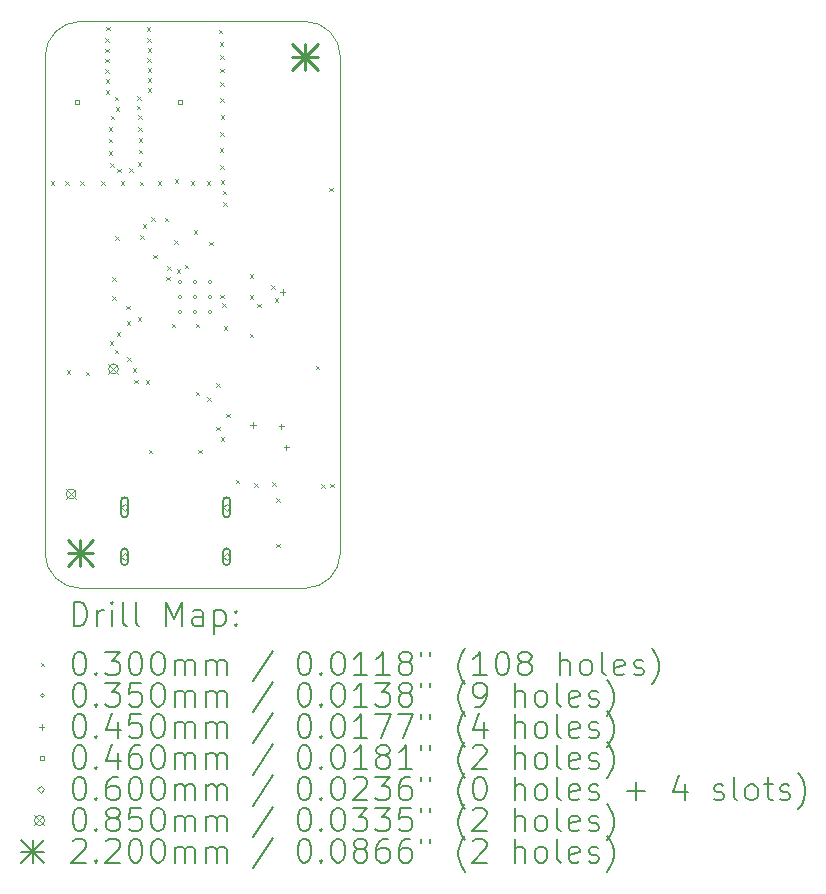
<source format=gbr>
%TF.GenerationSoftware,KiCad,Pcbnew,7.0.2*%
%TF.CreationDate,2023-10-20T21:51:59-04:00*%
%TF.ProjectId,XBee_Joint,58426565-5f4a-46f6-996e-742e6b696361,rev?*%
%TF.SameCoordinates,Original*%
%TF.FileFunction,Drillmap*%
%TF.FilePolarity,Positive*%
%FSLAX45Y45*%
G04 Gerber Fmt 4.5, Leading zero omitted, Abs format (unit mm)*
G04 Created by KiCad (PCBNEW 7.0.2) date 2023-10-20 21:51:59*
%MOMM*%
%LPD*%
G01*
G04 APERTURE LIST*
%ADD10C,0.100000*%
%ADD11C,0.200000*%
%ADD12C,0.030000*%
%ADD13C,0.035000*%
%ADD14C,0.045000*%
%ADD15C,0.046000*%
%ADD16C,0.060000*%
%ADD17C,0.085000*%
%ADD18C,0.220000*%
G04 APERTURE END LIST*
D10*
X8829000Y-14997000D02*
X6929000Y-14997000D01*
X6929000Y-10197000D02*
G75*
G03*
X6629000Y-10497000I0J-300000D01*
G01*
X9129000Y-10497000D02*
G75*
G03*
X8829000Y-10197000I-300000J0D01*
G01*
X6629000Y-14697000D02*
X6629000Y-10497000D01*
X8829000Y-14997000D02*
G75*
G03*
X9129000Y-14697000I0J300000D01*
G01*
X6629000Y-14697000D02*
G75*
G03*
X6929000Y-14997000I300000J0D01*
G01*
X9129000Y-10497000D02*
X9129000Y-14697000D01*
X6929000Y-10197000D02*
X8829000Y-10197000D01*
D11*
D12*
X6678000Y-11548000D02*
X6708000Y-11578000D01*
X6708000Y-11548000D02*
X6678000Y-11578000D01*
X6801000Y-11550000D02*
X6831000Y-11580000D01*
X6831000Y-11550000D02*
X6801000Y-11580000D01*
X6812000Y-13151000D02*
X6842000Y-13181000D01*
X6842000Y-13151000D02*
X6812000Y-13181000D01*
X6926000Y-11552000D02*
X6956000Y-11582000D01*
X6956000Y-11552000D02*
X6926000Y-11582000D01*
X6973000Y-13164000D02*
X7003000Y-13194000D01*
X7003000Y-13164000D02*
X6973000Y-13194000D01*
X7103000Y-11550000D02*
X7133000Y-11580000D01*
X7133000Y-11550000D02*
X7103000Y-11580000D01*
X7137000Y-10340000D02*
X7167000Y-10370000D01*
X7167000Y-10340000D02*
X7137000Y-10370000D01*
X7137000Y-10430000D02*
X7167000Y-10460000D01*
X7167000Y-10430000D02*
X7137000Y-10460000D01*
X7138000Y-10514000D02*
X7168000Y-10544000D01*
X7168000Y-10514000D02*
X7138000Y-10544000D01*
X7140000Y-10601000D02*
X7170000Y-10631000D01*
X7170000Y-10601000D02*
X7140000Y-10631000D01*
X7142000Y-10687000D02*
X7172000Y-10717000D01*
X7172000Y-10687000D02*
X7142000Y-10717000D01*
X7143000Y-10778000D02*
X7173000Y-10808000D01*
X7173000Y-10778000D02*
X7143000Y-10808000D01*
X7146000Y-10242000D02*
X7176000Y-10272000D01*
X7176000Y-10242000D02*
X7146000Y-10272000D01*
X7168000Y-11093000D02*
X7198000Y-11123000D01*
X7198000Y-11093000D02*
X7168000Y-11123000D01*
X7168000Y-11192000D02*
X7198000Y-11222000D01*
X7198000Y-11192000D02*
X7168000Y-11222000D01*
X7168000Y-11296000D02*
X7198000Y-11326000D01*
X7198000Y-11296000D02*
X7168000Y-11326000D01*
X7175000Y-12907000D02*
X7205000Y-12937000D01*
X7205000Y-12907000D02*
X7175000Y-12937000D01*
X7179000Y-11397000D02*
X7209000Y-11427000D01*
X7209000Y-11397000D02*
X7179000Y-11427000D01*
X7184000Y-10997000D02*
X7214000Y-11027000D01*
X7214000Y-10997000D02*
X7184000Y-11027000D01*
X7196500Y-12524500D02*
X7226500Y-12554500D01*
X7226500Y-12524500D02*
X7196500Y-12554500D01*
X7199000Y-12362000D02*
X7229000Y-12392000D01*
X7229000Y-12362000D02*
X7199000Y-12392000D01*
X7219000Y-10833000D02*
X7249000Y-10863000D01*
X7249000Y-10833000D02*
X7219000Y-10863000D01*
X7220000Y-12978000D02*
X7250000Y-13008000D01*
X7250000Y-12978000D02*
X7220000Y-13008000D01*
X7224000Y-12018000D02*
X7254000Y-12048000D01*
X7254000Y-12018000D02*
X7224000Y-12048000D01*
X7226000Y-10922000D02*
X7256000Y-10952000D01*
X7256000Y-10922000D02*
X7226000Y-10952000D01*
X7237000Y-12828000D02*
X7267000Y-12858000D01*
X7267000Y-12828000D02*
X7237000Y-12858000D01*
X7241000Y-11444000D02*
X7271000Y-11474000D01*
X7271000Y-11444000D02*
X7241000Y-11474000D01*
X7270000Y-11550000D02*
X7300000Y-11580000D01*
X7300000Y-11550000D02*
X7270000Y-11580000D01*
X7314000Y-12603000D02*
X7344000Y-12633000D01*
X7344000Y-12603000D02*
X7314000Y-12633000D01*
X7319000Y-12735000D02*
X7349000Y-12765000D01*
X7349000Y-12735000D02*
X7319000Y-12765000D01*
X7325000Y-13040000D02*
X7355000Y-13070000D01*
X7355000Y-13040000D02*
X7325000Y-13070000D01*
X7340000Y-11440000D02*
X7370000Y-11470000D01*
X7370000Y-11440000D02*
X7340000Y-11470000D01*
X7371000Y-13134000D02*
X7401000Y-13164000D01*
X7401000Y-13134000D02*
X7371000Y-13164000D01*
X7383000Y-13229000D02*
X7413000Y-13259000D01*
X7413000Y-13229000D02*
X7383000Y-13259000D01*
X7407000Y-10911000D02*
X7437000Y-10941000D01*
X7437000Y-10911000D02*
X7407000Y-10941000D01*
X7408000Y-10831000D02*
X7438000Y-10861000D01*
X7438000Y-10831000D02*
X7408000Y-10861000D01*
X7414000Y-11389000D02*
X7444000Y-11419000D01*
X7444000Y-11389000D02*
X7414000Y-11419000D01*
X7415000Y-12700000D02*
X7445000Y-12730000D01*
X7445000Y-12700000D02*
X7415000Y-12730000D01*
X7418000Y-10993000D02*
X7448000Y-11023000D01*
X7448000Y-10993000D02*
X7418000Y-11023000D01*
X7418000Y-11092000D02*
X7448000Y-11122000D01*
X7448000Y-11092000D02*
X7418000Y-11122000D01*
X7421000Y-11187000D02*
X7451000Y-11217000D01*
X7451000Y-11187000D02*
X7421000Y-11217000D01*
X7421000Y-11285000D02*
X7451000Y-11315000D01*
X7451000Y-11285000D02*
X7421000Y-11315000D01*
X7432000Y-11554000D02*
X7462000Y-11584000D01*
X7462000Y-11554000D02*
X7432000Y-11584000D01*
X7434000Y-12007000D02*
X7464000Y-12037000D01*
X7464000Y-12007000D02*
X7434000Y-12037000D01*
X7457000Y-11913000D02*
X7487000Y-11943000D01*
X7487000Y-11913000D02*
X7457000Y-11943000D01*
X7481000Y-13237000D02*
X7511000Y-13267000D01*
X7511000Y-13237000D02*
X7481000Y-13267000D01*
X7488000Y-10246000D02*
X7518000Y-10276000D01*
X7518000Y-10246000D02*
X7488000Y-10276000D01*
X7496000Y-10341000D02*
X7526000Y-10371000D01*
X7526000Y-10341000D02*
X7496000Y-10371000D01*
X7496000Y-10508000D02*
X7526000Y-10538000D01*
X7526000Y-10508000D02*
X7496000Y-10538000D01*
X7497000Y-10425000D02*
X7527000Y-10455000D01*
X7527000Y-10425000D02*
X7497000Y-10455000D01*
X7497000Y-10593000D02*
X7527000Y-10623000D01*
X7527000Y-10593000D02*
X7497000Y-10623000D01*
X7497000Y-10678000D02*
X7527000Y-10708000D01*
X7527000Y-10678000D02*
X7497000Y-10708000D01*
X7498000Y-10764000D02*
X7528000Y-10794000D01*
X7528000Y-10764000D02*
X7498000Y-10794000D01*
X7508000Y-13824000D02*
X7538000Y-13854000D01*
X7538000Y-13824000D02*
X7508000Y-13854000D01*
X7530000Y-11854000D02*
X7560000Y-11884000D01*
X7560000Y-11854000D02*
X7530000Y-11884000D01*
X7544000Y-12173000D02*
X7574000Y-12203000D01*
X7574000Y-12173000D02*
X7544000Y-12203000D01*
X7582000Y-11552000D02*
X7612000Y-11582000D01*
X7612000Y-11552000D02*
X7582000Y-11582000D01*
X7642000Y-11861000D02*
X7672000Y-11891000D01*
X7672000Y-11861000D02*
X7642000Y-11891000D01*
X7654000Y-12359000D02*
X7684000Y-12389000D01*
X7684000Y-12359000D02*
X7654000Y-12389000D01*
X7664000Y-12268000D02*
X7694000Y-12298000D01*
X7694000Y-12268000D02*
X7664000Y-12298000D01*
X7703000Y-12755000D02*
X7733000Y-12785000D01*
X7733000Y-12755000D02*
X7703000Y-12785000D01*
X7723000Y-12048000D02*
X7753000Y-12078000D01*
X7753000Y-12048000D02*
X7723000Y-12078000D01*
X7726000Y-11533000D02*
X7756000Y-11563000D01*
X7756000Y-11533000D02*
X7726000Y-11563000D01*
X7742000Y-12294000D02*
X7772000Y-12324000D01*
X7772000Y-12294000D02*
X7742000Y-12324000D01*
X7813000Y-12259000D02*
X7843000Y-12289000D01*
X7843000Y-12259000D02*
X7813000Y-12289000D01*
X7863000Y-11548000D02*
X7893000Y-11578000D01*
X7893000Y-11548000D02*
X7863000Y-11578000D01*
X7888000Y-11967000D02*
X7918000Y-11997000D01*
X7918000Y-11967000D02*
X7888000Y-11997000D01*
X7903000Y-12758000D02*
X7933000Y-12788000D01*
X7933000Y-12758000D02*
X7903000Y-12788000D01*
X7904000Y-13332000D02*
X7934000Y-13362000D01*
X7934000Y-13332000D02*
X7904000Y-13362000D01*
X7928000Y-13822000D02*
X7958000Y-13852000D01*
X7958000Y-13822000D02*
X7928000Y-13852000D01*
X7996000Y-11548000D02*
X8026000Y-11578000D01*
X8026000Y-11548000D02*
X7996000Y-11578000D01*
X8001000Y-13381000D02*
X8031000Y-13411000D01*
X8031000Y-13381000D02*
X8001000Y-13411000D01*
X8018000Y-12062000D02*
X8048000Y-12092000D01*
X8048000Y-12062000D02*
X8018000Y-12092000D01*
X8078000Y-13629000D02*
X8108000Y-13659000D01*
X8108000Y-13629000D02*
X8078000Y-13659000D01*
X8080000Y-13261500D02*
X8110000Y-13291500D01*
X8110000Y-13261500D02*
X8080000Y-13291500D01*
X8101000Y-10269000D02*
X8131000Y-10299000D01*
X8131000Y-10269000D02*
X8101000Y-10299000D01*
X8106000Y-10372000D02*
X8136000Y-10402000D01*
X8136000Y-10372000D02*
X8106000Y-10402000D01*
X8109000Y-11273000D02*
X8139000Y-11303000D01*
X8139000Y-11273000D02*
X8109000Y-11303000D01*
X8110000Y-12513000D02*
X8140000Y-12543000D01*
X8140000Y-12513000D02*
X8110000Y-12543000D01*
X8111000Y-10484000D02*
X8141000Y-10514000D01*
X8141000Y-10484000D02*
X8111000Y-10514000D01*
X8111000Y-11135000D02*
X8141000Y-11165000D01*
X8141000Y-11135000D02*
X8111000Y-11165000D01*
X8112000Y-10712000D02*
X8142000Y-10742000D01*
X8142000Y-10712000D02*
X8112000Y-10742000D01*
X8112000Y-10849000D02*
X8142000Y-10879000D01*
X8142000Y-10849000D02*
X8112000Y-10879000D01*
X8112000Y-11416000D02*
X8142000Y-11446000D01*
X8142000Y-11416000D02*
X8112000Y-11446000D01*
X8114000Y-10598000D02*
X8144000Y-10628000D01*
X8144000Y-10598000D02*
X8114000Y-10628000D01*
X8115000Y-11543000D02*
X8145000Y-11573000D01*
X8145000Y-11543000D02*
X8115000Y-11573000D01*
X8115000Y-13720000D02*
X8145000Y-13750000D01*
X8145000Y-13720000D02*
X8115000Y-13750000D01*
X8117000Y-10991000D02*
X8147000Y-11021000D01*
X8147000Y-10991000D02*
X8117000Y-11021000D01*
X8127150Y-12584000D02*
X8157150Y-12614000D01*
X8157150Y-12584000D02*
X8127150Y-12614000D01*
X8135000Y-11632000D02*
X8165000Y-11662000D01*
X8165000Y-11632000D02*
X8135000Y-11662000D01*
X8139000Y-11727000D02*
X8169000Y-11757000D01*
X8169000Y-11727000D02*
X8139000Y-11757000D01*
X8141548Y-12776548D02*
X8171548Y-12806548D01*
X8171548Y-12776548D02*
X8141548Y-12806548D01*
X8161000Y-13517000D02*
X8191000Y-13547000D01*
X8191000Y-13517000D02*
X8161000Y-13547000D01*
X8243000Y-14078000D02*
X8273000Y-14108000D01*
X8273000Y-14078000D02*
X8243000Y-14108000D01*
X8361000Y-12515000D02*
X8391000Y-12545000D01*
X8391000Y-12515000D02*
X8361000Y-12545000D01*
X8363000Y-12337000D02*
X8393000Y-12367000D01*
X8393000Y-12337000D02*
X8363000Y-12367000D01*
X8363000Y-12842000D02*
X8393000Y-12872000D01*
X8393000Y-12842000D02*
X8363000Y-12872000D01*
X8399000Y-14106000D02*
X8429000Y-14136000D01*
X8429000Y-14106000D02*
X8399000Y-14136000D01*
X8425000Y-12588000D02*
X8455000Y-12618000D01*
X8455000Y-12588000D02*
X8425000Y-12618000D01*
X8543000Y-12433000D02*
X8573000Y-12463000D01*
X8573000Y-12433000D02*
X8543000Y-12463000D01*
X8553000Y-14101000D02*
X8583000Y-14131000D01*
X8583000Y-14101000D02*
X8553000Y-14131000D01*
X8574000Y-12543000D02*
X8604000Y-12573000D01*
X8604000Y-12543000D02*
X8574000Y-12573000D01*
X8584000Y-14235000D02*
X8614000Y-14265000D01*
X8614000Y-14235000D02*
X8584000Y-14265000D01*
X8584000Y-14618000D02*
X8614000Y-14648000D01*
X8614000Y-14618000D02*
X8584000Y-14648000D01*
X8920850Y-13112000D02*
X8950850Y-13142000D01*
X8950850Y-13112000D02*
X8920850Y-13142000D01*
X8966000Y-14115000D02*
X8996000Y-14145000D01*
X8996000Y-14115000D02*
X8966000Y-14145000D01*
X9033720Y-11605280D02*
X9063720Y-11635280D01*
X9063720Y-11605280D02*
X9033720Y-11635280D01*
X9045000Y-14111000D02*
X9075000Y-14141000D01*
X9075000Y-14111000D02*
X9045000Y-14141000D01*
D13*
X7788500Y-12403500D02*
G75*
G03*
X7788500Y-12403500I-17500J0D01*
G01*
X7788500Y-12531000D02*
G75*
G03*
X7788500Y-12531000I-17500J0D01*
G01*
X7788500Y-12658500D02*
G75*
G03*
X7788500Y-12658500I-17500J0D01*
G01*
X7916000Y-12403500D02*
G75*
G03*
X7916000Y-12403500I-17500J0D01*
G01*
X7916000Y-12531000D02*
G75*
G03*
X7916000Y-12531000I-17500J0D01*
G01*
X7916000Y-12658500D02*
G75*
G03*
X7916000Y-12658500I-17500J0D01*
G01*
X8043500Y-12403500D02*
G75*
G03*
X8043500Y-12403500I-17500J0D01*
G01*
X8043500Y-12531000D02*
G75*
G03*
X8043500Y-12531000I-17500J0D01*
G01*
X8043500Y-12658500D02*
G75*
G03*
X8043500Y-12658500I-17500J0D01*
G01*
D14*
X8389000Y-13592500D02*
X8389000Y-13637500D01*
X8366500Y-13615000D02*
X8411500Y-13615000D01*
X8630000Y-13602500D02*
X8630000Y-13647500D01*
X8607500Y-13625000D02*
X8652500Y-13625000D01*
X8642000Y-12465500D02*
X8642000Y-12510500D01*
X8619500Y-12488000D02*
X8664500Y-12488000D01*
X8672000Y-13781500D02*
X8672000Y-13826500D01*
X8649500Y-13804000D02*
X8694500Y-13804000D01*
D15*
X6913264Y-10896264D02*
X6913264Y-10863736D01*
X6880736Y-10863736D01*
X6880736Y-10896264D01*
X6913264Y-10896264D01*
X7789264Y-10896264D02*
X7789264Y-10863736D01*
X7756736Y-10863736D01*
X7756736Y-10896264D01*
X7789264Y-10896264D01*
D16*
X7302000Y-14341500D02*
X7332000Y-14311500D01*
X7302000Y-14281500D01*
X7272000Y-14311500D01*
X7302000Y-14341500D01*
D11*
X7272000Y-14256500D02*
X7272000Y-14366500D01*
X7272000Y-14366500D02*
G75*
G03*
X7332000Y-14366500I30000J0D01*
G01*
X7332000Y-14366500D02*
X7332000Y-14256500D01*
X7332000Y-14256500D02*
G75*
G03*
X7272000Y-14256500I-30000J0D01*
G01*
D16*
X7302000Y-14759500D02*
X7332000Y-14729500D01*
X7302000Y-14699500D01*
X7272000Y-14729500D01*
X7302000Y-14759500D01*
D11*
X7272000Y-14689500D02*
X7272000Y-14769500D01*
X7272000Y-14769500D02*
G75*
G03*
X7332000Y-14769500I30000J0D01*
G01*
X7332000Y-14769500D02*
X7332000Y-14689500D01*
X7332000Y-14689500D02*
G75*
G03*
X7272000Y-14689500I-30000J0D01*
G01*
D16*
X8166000Y-14341500D02*
X8196000Y-14311500D01*
X8166000Y-14281500D01*
X8136000Y-14311500D01*
X8166000Y-14341500D01*
D11*
X8136000Y-14256500D02*
X8136000Y-14366500D01*
X8136000Y-14366500D02*
G75*
G03*
X8196000Y-14366500I30000J0D01*
G01*
X8196000Y-14366500D02*
X8196000Y-14256500D01*
X8196000Y-14256500D02*
G75*
G03*
X8136000Y-14256500I-30000J0D01*
G01*
D16*
X8166000Y-14759500D02*
X8196000Y-14729500D01*
X8166000Y-14699500D01*
X8136000Y-14729500D01*
X8166000Y-14759500D01*
D11*
X8136000Y-14689500D02*
X8136000Y-14769500D01*
X8136000Y-14769500D02*
G75*
G03*
X8196000Y-14769500I30000J0D01*
G01*
X8196000Y-14769500D02*
X8196000Y-14689500D01*
X8196000Y-14689500D02*
G75*
G03*
X8136000Y-14689500I-30000J0D01*
G01*
D17*
X6807500Y-14155500D02*
X6892500Y-14240500D01*
X6892500Y-14155500D02*
X6807500Y-14240500D01*
X6892500Y-14198000D02*
G75*
G03*
X6892500Y-14198000I-42500J0D01*
G01*
X7165500Y-13097500D02*
X7250500Y-13182500D01*
X7250500Y-13097500D02*
X7165500Y-13182500D01*
X7250500Y-13140000D02*
G75*
G03*
X7250500Y-13140000I-42500J0D01*
G01*
D18*
X6819000Y-14587000D02*
X7039000Y-14807000D01*
X7039000Y-14587000D02*
X6819000Y-14807000D01*
X6929000Y-14587000D02*
X6929000Y-14807000D01*
X6819000Y-14697000D02*
X7039000Y-14697000D01*
X8719000Y-10387000D02*
X8939000Y-10607000D01*
X8939000Y-10387000D02*
X8719000Y-10607000D01*
X8829000Y-10387000D02*
X8829000Y-10607000D01*
X8719000Y-10497000D02*
X8939000Y-10497000D01*
D11*
X6871619Y-15314524D02*
X6871619Y-15114524D01*
X6871619Y-15114524D02*
X6919238Y-15114524D01*
X6919238Y-15114524D02*
X6947809Y-15124048D01*
X6947809Y-15124048D02*
X6966857Y-15143095D01*
X6966857Y-15143095D02*
X6976381Y-15162143D01*
X6976381Y-15162143D02*
X6985905Y-15200238D01*
X6985905Y-15200238D02*
X6985905Y-15228809D01*
X6985905Y-15228809D02*
X6976381Y-15266905D01*
X6976381Y-15266905D02*
X6966857Y-15285952D01*
X6966857Y-15285952D02*
X6947809Y-15305000D01*
X6947809Y-15305000D02*
X6919238Y-15314524D01*
X6919238Y-15314524D02*
X6871619Y-15314524D01*
X7071619Y-15314524D02*
X7071619Y-15181190D01*
X7071619Y-15219286D02*
X7081143Y-15200238D01*
X7081143Y-15200238D02*
X7090667Y-15190714D01*
X7090667Y-15190714D02*
X7109714Y-15181190D01*
X7109714Y-15181190D02*
X7128762Y-15181190D01*
X7195428Y-15314524D02*
X7195428Y-15181190D01*
X7195428Y-15114524D02*
X7185905Y-15124048D01*
X7185905Y-15124048D02*
X7195428Y-15133571D01*
X7195428Y-15133571D02*
X7204952Y-15124048D01*
X7204952Y-15124048D02*
X7195428Y-15114524D01*
X7195428Y-15114524D02*
X7195428Y-15133571D01*
X7319238Y-15314524D02*
X7300190Y-15305000D01*
X7300190Y-15305000D02*
X7290667Y-15285952D01*
X7290667Y-15285952D02*
X7290667Y-15114524D01*
X7424000Y-15314524D02*
X7404952Y-15305000D01*
X7404952Y-15305000D02*
X7395428Y-15285952D01*
X7395428Y-15285952D02*
X7395428Y-15114524D01*
X7652571Y-15314524D02*
X7652571Y-15114524D01*
X7652571Y-15114524D02*
X7719238Y-15257381D01*
X7719238Y-15257381D02*
X7785905Y-15114524D01*
X7785905Y-15114524D02*
X7785905Y-15314524D01*
X7966857Y-15314524D02*
X7966857Y-15209762D01*
X7966857Y-15209762D02*
X7957333Y-15190714D01*
X7957333Y-15190714D02*
X7938286Y-15181190D01*
X7938286Y-15181190D02*
X7900190Y-15181190D01*
X7900190Y-15181190D02*
X7881143Y-15190714D01*
X7966857Y-15305000D02*
X7947809Y-15314524D01*
X7947809Y-15314524D02*
X7900190Y-15314524D01*
X7900190Y-15314524D02*
X7881143Y-15305000D01*
X7881143Y-15305000D02*
X7871619Y-15285952D01*
X7871619Y-15285952D02*
X7871619Y-15266905D01*
X7871619Y-15266905D02*
X7881143Y-15247857D01*
X7881143Y-15247857D02*
X7900190Y-15238333D01*
X7900190Y-15238333D02*
X7947809Y-15238333D01*
X7947809Y-15238333D02*
X7966857Y-15228809D01*
X8062095Y-15181190D02*
X8062095Y-15381190D01*
X8062095Y-15190714D02*
X8081143Y-15181190D01*
X8081143Y-15181190D02*
X8119238Y-15181190D01*
X8119238Y-15181190D02*
X8138286Y-15190714D01*
X8138286Y-15190714D02*
X8147809Y-15200238D01*
X8147809Y-15200238D02*
X8157333Y-15219286D01*
X8157333Y-15219286D02*
X8157333Y-15276428D01*
X8157333Y-15276428D02*
X8147809Y-15295476D01*
X8147809Y-15295476D02*
X8138286Y-15305000D01*
X8138286Y-15305000D02*
X8119238Y-15314524D01*
X8119238Y-15314524D02*
X8081143Y-15314524D01*
X8081143Y-15314524D02*
X8062095Y-15305000D01*
X8243048Y-15295476D02*
X8252571Y-15305000D01*
X8252571Y-15305000D02*
X8243048Y-15314524D01*
X8243048Y-15314524D02*
X8233524Y-15305000D01*
X8233524Y-15305000D02*
X8243048Y-15295476D01*
X8243048Y-15295476D02*
X8243048Y-15314524D01*
X8243048Y-15190714D02*
X8252571Y-15200238D01*
X8252571Y-15200238D02*
X8243048Y-15209762D01*
X8243048Y-15209762D02*
X8233524Y-15200238D01*
X8233524Y-15200238D02*
X8243048Y-15190714D01*
X8243048Y-15190714D02*
X8243048Y-15209762D01*
D12*
X6594000Y-15627000D02*
X6624000Y-15657000D01*
X6624000Y-15627000D02*
X6594000Y-15657000D01*
D11*
X6909714Y-15534524D02*
X6928762Y-15534524D01*
X6928762Y-15534524D02*
X6947809Y-15544048D01*
X6947809Y-15544048D02*
X6957333Y-15553571D01*
X6957333Y-15553571D02*
X6966857Y-15572619D01*
X6966857Y-15572619D02*
X6976381Y-15610714D01*
X6976381Y-15610714D02*
X6976381Y-15658333D01*
X6976381Y-15658333D02*
X6966857Y-15696428D01*
X6966857Y-15696428D02*
X6957333Y-15715476D01*
X6957333Y-15715476D02*
X6947809Y-15725000D01*
X6947809Y-15725000D02*
X6928762Y-15734524D01*
X6928762Y-15734524D02*
X6909714Y-15734524D01*
X6909714Y-15734524D02*
X6890667Y-15725000D01*
X6890667Y-15725000D02*
X6881143Y-15715476D01*
X6881143Y-15715476D02*
X6871619Y-15696428D01*
X6871619Y-15696428D02*
X6862095Y-15658333D01*
X6862095Y-15658333D02*
X6862095Y-15610714D01*
X6862095Y-15610714D02*
X6871619Y-15572619D01*
X6871619Y-15572619D02*
X6881143Y-15553571D01*
X6881143Y-15553571D02*
X6890667Y-15544048D01*
X6890667Y-15544048D02*
X6909714Y-15534524D01*
X7062095Y-15715476D02*
X7071619Y-15725000D01*
X7071619Y-15725000D02*
X7062095Y-15734524D01*
X7062095Y-15734524D02*
X7052571Y-15725000D01*
X7052571Y-15725000D02*
X7062095Y-15715476D01*
X7062095Y-15715476D02*
X7062095Y-15734524D01*
X7138286Y-15534524D02*
X7262095Y-15534524D01*
X7262095Y-15534524D02*
X7195428Y-15610714D01*
X7195428Y-15610714D02*
X7224000Y-15610714D01*
X7224000Y-15610714D02*
X7243048Y-15620238D01*
X7243048Y-15620238D02*
X7252571Y-15629762D01*
X7252571Y-15629762D02*
X7262095Y-15648809D01*
X7262095Y-15648809D02*
X7262095Y-15696428D01*
X7262095Y-15696428D02*
X7252571Y-15715476D01*
X7252571Y-15715476D02*
X7243048Y-15725000D01*
X7243048Y-15725000D02*
X7224000Y-15734524D01*
X7224000Y-15734524D02*
X7166857Y-15734524D01*
X7166857Y-15734524D02*
X7147809Y-15725000D01*
X7147809Y-15725000D02*
X7138286Y-15715476D01*
X7385905Y-15534524D02*
X7404952Y-15534524D01*
X7404952Y-15534524D02*
X7424000Y-15544048D01*
X7424000Y-15544048D02*
X7433524Y-15553571D01*
X7433524Y-15553571D02*
X7443048Y-15572619D01*
X7443048Y-15572619D02*
X7452571Y-15610714D01*
X7452571Y-15610714D02*
X7452571Y-15658333D01*
X7452571Y-15658333D02*
X7443048Y-15696428D01*
X7443048Y-15696428D02*
X7433524Y-15715476D01*
X7433524Y-15715476D02*
X7424000Y-15725000D01*
X7424000Y-15725000D02*
X7404952Y-15734524D01*
X7404952Y-15734524D02*
X7385905Y-15734524D01*
X7385905Y-15734524D02*
X7366857Y-15725000D01*
X7366857Y-15725000D02*
X7357333Y-15715476D01*
X7357333Y-15715476D02*
X7347809Y-15696428D01*
X7347809Y-15696428D02*
X7338286Y-15658333D01*
X7338286Y-15658333D02*
X7338286Y-15610714D01*
X7338286Y-15610714D02*
X7347809Y-15572619D01*
X7347809Y-15572619D02*
X7357333Y-15553571D01*
X7357333Y-15553571D02*
X7366857Y-15544048D01*
X7366857Y-15544048D02*
X7385905Y-15534524D01*
X7576381Y-15534524D02*
X7595429Y-15534524D01*
X7595429Y-15534524D02*
X7614476Y-15544048D01*
X7614476Y-15544048D02*
X7624000Y-15553571D01*
X7624000Y-15553571D02*
X7633524Y-15572619D01*
X7633524Y-15572619D02*
X7643048Y-15610714D01*
X7643048Y-15610714D02*
X7643048Y-15658333D01*
X7643048Y-15658333D02*
X7633524Y-15696428D01*
X7633524Y-15696428D02*
X7624000Y-15715476D01*
X7624000Y-15715476D02*
X7614476Y-15725000D01*
X7614476Y-15725000D02*
X7595429Y-15734524D01*
X7595429Y-15734524D02*
X7576381Y-15734524D01*
X7576381Y-15734524D02*
X7557333Y-15725000D01*
X7557333Y-15725000D02*
X7547809Y-15715476D01*
X7547809Y-15715476D02*
X7538286Y-15696428D01*
X7538286Y-15696428D02*
X7528762Y-15658333D01*
X7528762Y-15658333D02*
X7528762Y-15610714D01*
X7528762Y-15610714D02*
X7538286Y-15572619D01*
X7538286Y-15572619D02*
X7547809Y-15553571D01*
X7547809Y-15553571D02*
X7557333Y-15544048D01*
X7557333Y-15544048D02*
X7576381Y-15534524D01*
X7728762Y-15734524D02*
X7728762Y-15601190D01*
X7728762Y-15620238D02*
X7738286Y-15610714D01*
X7738286Y-15610714D02*
X7757333Y-15601190D01*
X7757333Y-15601190D02*
X7785905Y-15601190D01*
X7785905Y-15601190D02*
X7804952Y-15610714D01*
X7804952Y-15610714D02*
X7814476Y-15629762D01*
X7814476Y-15629762D02*
X7814476Y-15734524D01*
X7814476Y-15629762D02*
X7824000Y-15610714D01*
X7824000Y-15610714D02*
X7843048Y-15601190D01*
X7843048Y-15601190D02*
X7871619Y-15601190D01*
X7871619Y-15601190D02*
X7890667Y-15610714D01*
X7890667Y-15610714D02*
X7900190Y-15629762D01*
X7900190Y-15629762D02*
X7900190Y-15734524D01*
X7995429Y-15734524D02*
X7995429Y-15601190D01*
X7995429Y-15620238D02*
X8004952Y-15610714D01*
X8004952Y-15610714D02*
X8024000Y-15601190D01*
X8024000Y-15601190D02*
X8052571Y-15601190D01*
X8052571Y-15601190D02*
X8071619Y-15610714D01*
X8071619Y-15610714D02*
X8081143Y-15629762D01*
X8081143Y-15629762D02*
X8081143Y-15734524D01*
X8081143Y-15629762D02*
X8090667Y-15610714D01*
X8090667Y-15610714D02*
X8109714Y-15601190D01*
X8109714Y-15601190D02*
X8138286Y-15601190D01*
X8138286Y-15601190D02*
X8157333Y-15610714D01*
X8157333Y-15610714D02*
X8166857Y-15629762D01*
X8166857Y-15629762D02*
X8166857Y-15734524D01*
X8557333Y-15525000D02*
X8385905Y-15782143D01*
X8814476Y-15534524D02*
X8833524Y-15534524D01*
X8833524Y-15534524D02*
X8852572Y-15544048D01*
X8852572Y-15544048D02*
X8862095Y-15553571D01*
X8862095Y-15553571D02*
X8871619Y-15572619D01*
X8871619Y-15572619D02*
X8881143Y-15610714D01*
X8881143Y-15610714D02*
X8881143Y-15658333D01*
X8881143Y-15658333D02*
X8871619Y-15696428D01*
X8871619Y-15696428D02*
X8862095Y-15715476D01*
X8862095Y-15715476D02*
X8852572Y-15725000D01*
X8852572Y-15725000D02*
X8833524Y-15734524D01*
X8833524Y-15734524D02*
X8814476Y-15734524D01*
X8814476Y-15734524D02*
X8795429Y-15725000D01*
X8795429Y-15725000D02*
X8785905Y-15715476D01*
X8785905Y-15715476D02*
X8776381Y-15696428D01*
X8776381Y-15696428D02*
X8766857Y-15658333D01*
X8766857Y-15658333D02*
X8766857Y-15610714D01*
X8766857Y-15610714D02*
X8776381Y-15572619D01*
X8776381Y-15572619D02*
X8785905Y-15553571D01*
X8785905Y-15553571D02*
X8795429Y-15544048D01*
X8795429Y-15544048D02*
X8814476Y-15534524D01*
X8966857Y-15715476D02*
X8976381Y-15725000D01*
X8976381Y-15725000D02*
X8966857Y-15734524D01*
X8966857Y-15734524D02*
X8957334Y-15725000D01*
X8957334Y-15725000D02*
X8966857Y-15715476D01*
X8966857Y-15715476D02*
X8966857Y-15734524D01*
X9100191Y-15534524D02*
X9119238Y-15534524D01*
X9119238Y-15534524D02*
X9138286Y-15544048D01*
X9138286Y-15544048D02*
X9147810Y-15553571D01*
X9147810Y-15553571D02*
X9157334Y-15572619D01*
X9157334Y-15572619D02*
X9166857Y-15610714D01*
X9166857Y-15610714D02*
X9166857Y-15658333D01*
X9166857Y-15658333D02*
X9157334Y-15696428D01*
X9157334Y-15696428D02*
X9147810Y-15715476D01*
X9147810Y-15715476D02*
X9138286Y-15725000D01*
X9138286Y-15725000D02*
X9119238Y-15734524D01*
X9119238Y-15734524D02*
X9100191Y-15734524D01*
X9100191Y-15734524D02*
X9081143Y-15725000D01*
X9081143Y-15725000D02*
X9071619Y-15715476D01*
X9071619Y-15715476D02*
X9062095Y-15696428D01*
X9062095Y-15696428D02*
X9052572Y-15658333D01*
X9052572Y-15658333D02*
X9052572Y-15610714D01*
X9052572Y-15610714D02*
X9062095Y-15572619D01*
X9062095Y-15572619D02*
X9071619Y-15553571D01*
X9071619Y-15553571D02*
X9081143Y-15544048D01*
X9081143Y-15544048D02*
X9100191Y-15534524D01*
X9357334Y-15734524D02*
X9243048Y-15734524D01*
X9300191Y-15734524D02*
X9300191Y-15534524D01*
X9300191Y-15534524D02*
X9281143Y-15563095D01*
X9281143Y-15563095D02*
X9262095Y-15582143D01*
X9262095Y-15582143D02*
X9243048Y-15591667D01*
X9547810Y-15734524D02*
X9433524Y-15734524D01*
X9490667Y-15734524D02*
X9490667Y-15534524D01*
X9490667Y-15534524D02*
X9471619Y-15563095D01*
X9471619Y-15563095D02*
X9452572Y-15582143D01*
X9452572Y-15582143D02*
X9433524Y-15591667D01*
X9662095Y-15620238D02*
X9643048Y-15610714D01*
X9643048Y-15610714D02*
X9633524Y-15601190D01*
X9633524Y-15601190D02*
X9624000Y-15582143D01*
X9624000Y-15582143D02*
X9624000Y-15572619D01*
X9624000Y-15572619D02*
X9633524Y-15553571D01*
X9633524Y-15553571D02*
X9643048Y-15544048D01*
X9643048Y-15544048D02*
X9662095Y-15534524D01*
X9662095Y-15534524D02*
X9700191Y-15534524D01*
X9700191Y-15534524D02*
X9719238Y-15544048D01*
X9719238Y-15544048D02*
X9728762Y-15553571D01*
X9728762Y-15553571D02*
X9738286Y-15572619D01*
X9738286Y-15572619D02*
X9738286Y-15582143D01*
X9738286Y-15582143D02*
X9728762Y-15601190D01*
X9728762Y-15601190D02*
X9719238Y-15610714D01*
X9719238Y-15610714D02*
X9700191Y-15620238D01*
X9700191Y-15620238D02*
X9662095Y-15620238D01*
X9662095Y-15620238D02*
X9643048Y-15629762D01*
X9643048Y-15629762D02*
X9633524Y-15639286D01*
X9633524Y-15639286D02*
X9624000Y-15658333D01*
X9624000Y-15658333D02*
X9624000Y-15696428D01*
X9624000Y-15696428D02*
X9633524Y-15715476D01*
X9633524Y-15715476D02*
X9643048Y-15725000D01*
X9643048Y-15725000D02*
X9662095Y-15734524D01*
X9662095Y-15734524D02*
X9700191Y-15734524D01*
X9700191Y-15734524D02*
X9719238Y-15725000D01*
X9719238Y-15725000D02*
X9728762Y-15715476D01*
X9728762Y-15715476D02*
X9738286Y-15696428D01*
X9738286Y-15696428D02*
X9738286Y-15658333D01*
X9738286Y-15658333D02*
X9728762Y-15639286D01*
X9728762Y-15639286D02*
X9719238Y-15629762D01*
X9719238Y-15629762D02*
X9700191Y-15620238D01*
X9814476Y-15534524D02*
X9814476Y-15572619D01*
X9890667Y-15534524D02*
X9890667Y-15572619D01*
X10185905Y-15810714D02*
X10176381Y-15801190D01*
X10176381Y-15801190D02*
X10157334Y-15772619D01*
X10157334Y-15772619D02*
X10147810Y-15753571D01*
X10147810Y-15753571D02*
X10138286Y-15725000D01*
X10138286Y-15725000D02*
X10128762Y-15677381D01*
X10128762Y-15677381D02*
X10128762Y-15639286D01*
X10128762Y-15639286D02*
X10138286Y-15591667D01*
X10138286Y-15591667D02*
X10147810Y-15563095D01*
X10147810Y-15563095D02*
X10157334Y-15544048D01*
X10157334Y-15544048D02*
X10176381Y-15515476D01*
X10176381Y-15515476D02*
X10185905Y-15505952D01*
X10366857Y-15734524D02*
X10252572Y-15734524D01*
X10309715Y-15734524D02*
X10309715Y-15534524D01*
X10309715Y-15534524D02*
X10290667Y-15563095D01*
X10290667Y-15563095D02*
X10271619Y-15582143D01*
X10271619Y-15582143D02*
X10252572Y-15591667D01*
X10490667Y-15534524D02*
X10509715Y-15534524D01*
X10509715Y-15534524D02*
X10528762Y-15544048D01*
X10528762Y-15544048D02*
X10538286Y-15553571D01*
X10538286Y-15553571D02*
X10547810Y-15572619D01*
X10547810Y-15572619D02*
X10557334Y-15610714D01*
X10557334Y-15610714D02*
X10557334Y-15658333D01*
X10557334Y-15658333D02*
X10547810Y-15696428D01*
X10547810Y-15696428D02*
X10538286Y-15715476D01*
X10538286Y-15715476D02*
X10528762Y-15725000D01*
X10528762Y-15725000D02*
X10509715Y-15734524D01*
X10509715Y-15734524D02*
X10490667Y-15734524D01*
X10490667Y-15734524D02*
X10471619Y-15725000D01*
X10471619Y-15725000D02*
X10462096Y-15715476D01*
X10462096Y-15715476D02*
X10452572Y-15696428D01*
X10452572Y-15696428D02*
X10443048Y-15658333D01*
X10443048Y-15658333D02*
X10443048Y-15610714D01*
X10443048Y-15610714D02*
X10452572Y-15572619D01*
X10452572Y-15572619D02*
X10462096Y-15553571D01*
X10462096Y-15553571D02*
X10471619Y-15544048D01*
X10471619Y-15544048D02*
X10490667Y-15534524D01*
X10671619Y-15620238D02*
X10652572Y-15610714D01*
X10652572Y-15610714D02*
X10643048Y-15601190D01*
X10643048Y-15601190D02*
X10633524Y-15582143D01*
X10633524Y-15582143D02*
X10633524Y-15572619D01*
X10633524Y-15572619D02*
X10643048Y-15553571D01*
X10643048Y-15553571D02*
X10652572Y-15544048D01*
X10652572Y-15544048D02*
X10671619Y-15534524D01*
X10671619Y-15534524D02*
X10709715Y-15534524D01*
X10709715Y-15534524D02*
X10728762Y-15544048D01*
X10728762Y-15544048D02*
X10738286Y-15553571D01*
X10738286Y-15553571D02*
X10747810Y-15572619D01*
X10747810Y-15572619D02*
X10747810Y-15582143D01*
X10747810Y-15582143D02*
X10738286Y-15601190D01*
X10738286Y-15601190D02*
X10728762Y-15610714D01*
X10728762Y-15610714D02*
X10709715Y-15620238D01*
X10709715Y-15620238D02*
X10671619Y-15620238D01*
X10671619Y-15620238D02*
X10652572Y-15629762D01*
X10652572Y-15629762D02*
X10643048Y-15639286D01*
X10643048Y-15639286D02*
X10633524Y-15658333D01*
X10633524Y-15658333D02*
X10633524Y-15696428D01*
X10633524Y-15696428D02*
X10643048Y-15715476D01*
X10643048Y-15715476D02*
X10652572Y-15725000D01*
X10652572Y-15725000D02*
X10671619Y-15734524D01*
X10671619Y-15734524D02*
X10709715Y-15734524D01*
X10709715Y-15734524D02*
X10728762Y-15725000D01*
X10728762Y-15725000D02*
X10738286Y-15715476D01*
X10738286Y-15715476D02*
X10747810Y-15696428D01*
X10747810Y-15696428D02*
X10747810Y-15658333D01*
X10747810Y-15658333D02*
X10738286Y-15639286D01*
X10738286Y-15639286D02*
X10728762Y-15629762D01*
X10728762Y-15629762D02*
X10709715Y-15620238D01*
X10985905Y-15734524D02*
X10985905Y-15534524D01*
X11071619Y-15734524D02*
X11071619Y-15629762D01*
X11071619Y-15629762D02*
X11062096Y-15610714D01*
X11062096Y-15610714D02*
X11043048Y-15601190D01*
X11043048Y-15601190D02*
X11014477Y-15601190D01*
X11014477Y-15601190D02*
X10995429Y-15610714D01*
X10995429Y-15610714D02*
X10985905Y-15620238D01*
X11195429Y-15734524D02*
X11176381Y-15725000D01*
X11176381Y-15725000D02*
X11166858Y-15715476D01*
X11166858Y-15715476D02*
X11157334Y-15696428D01*
X11157334Y-15696428D02*
X11157334Y-15639286D01*
X11157334Y-15639286D02*
X11166858Y-15620238D01*
X11166858Y-15620238D02*
X11176381Y-15610714D01*
X11176381Y-15610714D02*
X11195429Y-15601190D01*
X11195429Y-15601190D02*
X11224000Y-15601190D01*
X11224000Y-15601190D02*
X11243048Y-15610714D01*
X11243048Y-15610714D02*
X11252572Y-15620238D01*
X11252572Y-15620238D02*
X11262096Y-15639286D01*
X11262096Y-15639286D02*
X11262096Y-15696428D01*
X11262096Y-15696428D02*
X11252572Y-15715476D01*
X11252572Y-15715476D02*
X11243048Y-15725000D01*
X11243048Y-15725000D02*
X11224000Y-15734524D01*
X11224000Y-15734524D02*
X11195429Y-15734524D01*
X11376381Y-15734524D02*
X11357334Y-15725000D01*
X11357334Y-15725000D02*
X11347810Y-15705952D01*
X11347810Y-15705952D02*
X11347810Y-15534524D01*
X11528762Y-15725000D02*
X11509715Y-15734524D01*
X11509715Y-15734524D02*
X11471619Y-15734524D01*
X11471619Y-15734524D02*
X11452572Y-15725000D01*
X11452572Y-15725000D02*
X11443048Y-15705952D01*
X11443048Y-15705952D02*
X11443048Y-15629762D01*
X11443048Y-15629762D02*
X11452572Y-15610714D01*
X11452572Y-15610714D02*
X11471619Y-15601190D01*
X11471619Y-15601190D02*
X11509715Y-15601190D01*
X11509715Y-15601190D02*
X11528762Y-15610714D01*
X11528762Y-15610714D02*
X11538286Y-15629762D01*
X11538286Y-15629762D02*
X11538286Y-15648809D01*
X11538286Y-15648809D02*
X11443048Y-15667857D01*
X11614477Y-15725000D02*
X11633524Y-15734524D01*
X11633524Y-15734524D02*
X11671619Y-15734524D01*
X11671619Y-15734524D02*
X11690667Y-15725000D01*
X11690667Y-15725000D02*
X11700191Y-15705952D01*
X11700191Y-15705952D02*
X11700191Y-15696428D01*
X11700191Y-15696428D02*
X11690667Y-15677381D01*
X11690667Y-15677381D02*
X11671619Y-15667857D01*
X11671619Y-15667857D02*
X11643048Y-15667857D01*
X11643048Y-15667857D02*
X11624000Y-15658333D01*
X11624000Y-15658333D02*
X11614477Y-15639286D01*
X11614477Y-15639286D02*
X11614477Y-15629762D01*
X11614477Y-15629762D02*
X11624000Y-15610714D01*
X11624000Y-15610714D02*
X11643048Y-15601190D01*
X11643048Y-15601190D02*
X11671619Y-15601190D01*
X11671619Y-15601190D02*
X11690667Y-15610714D01*
X11766858Y-15810714D02*
X11776381Y-15801190D01*
X11776381Y-15801190D02*
X11795429Y-15772619D01*
X11795429Y-15772619D02*
X11804953Y-15753571D01*
X11804953Y-15753571D02*
X11814477Y-15725000D01*
X11814477Y-15725000D02*
X11824000Y-15677381D01*
X11824000Y-15677381D02*
X11824000Y-15639286D01*
X11824000Y-15639286D02*
X11814477Y-15591667D01*
X11814477Y-15591667D02*
X11804953Y-15563095D01*
X11804953Y-15563095D02*
X11795429Y-15544048D01*
X11795429Y-15544048D02*
X11776381Y-15515476D01*
X11776381Y-15515476D02*
X11766858Y-15505952D01*
D13*
X6624000Y-15906000D02*
G75*
G03*
X6624000Y-15906000I-17500J0D01*
G01*
D11*
X6909714Y-15798524D02*
X6928762Y-15798524D01*
X6928762Y-15798524D02*
X6947809Y-15808048D01*
X6947809Y-15808048D02*
X6957333Y-15817571D01*
X6957333Y-15817571D02*
X6966857Y-15836619D01*
X6966857Y-15836619D02*
X6976381Y-15874714D01*
X6976381Y-15874714D02*
X6976381Y-15922333D01*
X6976381Y-15922333D02*
X6966857Y-15960428D01*
X6966857Y-15960428D02*
X6957333Y-15979476D01*
X6957333Y-15979476D02*
X6947809Y-15989000D01*
X6947809Y-15989000D02*
X6928762Y-15998524D01*
X6928762Y-15998524D02*
X6909714Y-15998524D01*
X6909714Y-15998524D02*
X6890667Y-15989000D01*
X6890667Y-15989000D02*
X6881143Y-15979476D01*
X6881143Y-15979476D02*
X6871619Y-15960428D01*
X6871619Y-15960428D02*
X6862095Y-15922333D01*
X6862095Y-15922333D02*
X6862095Y-15874714D01*
X6862095Y-15874714D02*
X6871619Y-15836619D01*
X6871619Y-15836619D02*
X6881143Y-15817571D01*
X6881143Y-15817571D02*
X6890667Y-15808048D01*
X6890667Y-15808048D02*
X6909714Y-15798524D01*
X7062095Y-15979476D02*
X7071619Y-15989000D01*
X7071619Y-15989000D02*
X7062095Y-15998524D01*
X7062095Y-15998524D02*
X7052571Y-15989000D01*
X7052571Y-15989000D02*
X7062095Y-15979476D01*
X7062095Y-15979476D02*
X7062095Y-15998524D01*
X7138286Y-15798524D02*
X7262095Y-15798524D01*
X7262095Y-15798524D02*
X7195428Y-15874714D01*
X7195428Y-15874714D02*
X7224000Y-15874714D01*
X7224000Y-15874714D02*
X7243048Y-15884238D01*
X7243048Y-15884238D02*
X7252571Y-15893762D01*
X7252571Y-15893762D02*
X7262095Y-15912809D01*
X7262095Y-15912809D02*
X7262095Y-15960428D01*
X7262095Y-15960428D02*
X7252571Y-15979476D01*
X7252571Y-15979476D02*
X7243048Y-15989000D01*
X7243048Y-15989000D02*
X7224000Y-15998524D01*
X7224000Y-15998524D02*
X7166857Y-15998524D01*
X7166857Y-15998524D02*
X7147809Y-15989000D01*
X7147809Y-15989000D02*
X7138286Y-15979476D01*
X7443048Y-15798524D02*
X7347809Y-15798524D01*
X7347809Y-15798524D02*
X7338286Y-15893762D01*
X7338286Y-15893762D02*
X7347809Y-15884238D01*
X7347809Y-15884238D02*
X7366857Y-15874714D01*
X7366857Y-15874714D02*
X7414476Y-15874714D01*
X7414476Y-15874714D02*
X7433524Y-15884238D01*
X7433524Y-15884238D02*
X7443048Y-15893762D01*
X7443048Y-15893762D02*
X7452571Y-15912809D01*
X7452571Y-15912809D02*
X7452571Y-15960428D01*
X7452571Y-15960428D02*
X7443048Y-15979476D01*
X7443048Y-15979476D02*
X7433524Y-15989000D01*
X7433524Y-15989000D02*
X7414476Y-15998524D01*
X7414476Y-15998524D02*
X7366857Y-15998524D01*
X7366857Y-15998524D02*
X7347809Y-15989000D01*
X7347809Y-15989000D02*
X7338286Y-15979476D01*
X7576381Y-15798524D02*
X7595429Y-15798524D01*
X7595429Y-15798524D02*
X7614476Y-15808048D01*
X7614476Y-15808048D02*
X7624000Y-15817571D01*
X7624000Y-15817571D02*
X7633524Y-15836619D01*
X7633524Y-15836619D02*
X7643048Y-15874714D01*
X7643048Y-15874714D02*
X7643048Y-15922333D01*
X7643048Y-15922333D02*
X7633524Y-15960428D01*
X7633524Y-15960428D02*
X7624000Y-15979476D01*
X7624000Y-15979476D02*
X7614476Y-15989000D01*
X7614476Y-15989000D02*
X7595429Y-15998524D01*
X7595429Y-15998524D02*
X7576381Y-15998524D01*
X7576381Y-15998524D02*
X7557333Y-15989000D01*
X7557333Y-15989000D02*
X7547809Y-15979476D01*
X7547809Y-15979476D02*
X7538286Y-15960428D01*
X7538286Y-15960428D02*
X7528762Y-15922333D01*
X7528762Y-15922333D02*
X7528762Y-15874714D01*
X7528762Y-15874714D02*
X7538286Y-15836619D01*
X7538286Y-15836619D02*
X7547809Y-15817571D01*
X7547809Y-15817571D02*
X7557333Y-15808048D01*
X7557333Y-15808048D02*
X7576381Y-15798524D01*
X7728762Y-15998524D02*
X7728762Y-15865190D01*
X7728762Y-15884238D02*
X7738286Y-15874714D01*
X7738286Y-15874714D02*
X7757333Y-15865190D01*
X7757333Y-15865190D02*
X7785905Y-15865190D01*
X7785905Y-15865190D02*
X7804952Y-15874714D01*
X7804952Y-15874714D02*
X7814476Y-15893762D01*
X7814476Y-15893762D02*
X7814476Y-15998524D01*
X7814476Y-15893762D02*
X7824000Y-15874714D01*
X7824000Y-15874714D02*
X7843048Y-15865190D01*
X7843048Y-15865190D02*
X7871619Y-15865190D01*
X7871619Y-15865190D02*
X7890667Y-15874714D01*
X7890667Y-15874714D02*
X7900190Y-15893762D01*
X7900190Y-15893762D02*
X7900190Y-15998524D01*
X7995429Y-15998524D02*
X7995429Y-15865190D01*
X7995429Y-15884238D02*
X8004952Y-15874714D01*
X8004952Y-15874714D02*
X8024000Y-15865190D01*
X8024000Y-15865190D02*
X8052571Y-15865190D01*
X8052571Y-15865190D02*
X8071619Y-15874714D01*
X8071619Y-15874714D02*
X8081143Y-15893762D01*
X8081143Y-15893762D02*
X8081143Y-15998524D01*
X8081143Y-15893762D02*
X8090667Y-15874714D01*
X8090667Y-15874714D02*
X8109714Y-15865190D01*
X8109714Y-15865190D02*
X8138286Y-15865190D01*
X8138286Y-15865190D02*
X8157333Y-15874714D01*
X8157333Y-15874714D02*
X8166857Y-15893762D01*
X8166857Y-15893762D02*
X8166857Y-15998524D01*
X8557333Y-15789000D02*
X8385905Y-16046143D01*
X8814476Y-15798524D02*
X8833524Y-15798524D01*
X8833524Y-15798524D02*
X8852572Y-15808048D01*
X8852572Y-15808048D02*
X8862095Y-15817571D01*
X8862095Y-15817571D02*
X8871619Y-15836619D01*
X8871619Y-15836619D02*
X8881143Y-15874714D01*
X8881143Y-15874714D02*
X8881143Y-15922333D01*
X8881143Y-15922333D02*
X8871619Y-15960428D01*
X8871619Y-15960428D02*
X8862095Y-15979476D01*
X8862095Y-15979476D02*
X8852572Y-15989000D01*
X8852572Y-15989000D02*
X8833524Y-15998524D01*
X8833524Y-15998524D02*
X8814476Y-15998524D01*
X8814476Y-15998524D02*
X8795429Y-15989000D01*
X8795429Y-15989000D02*
X8785905Y-15979476D01*
X8785905Y-15979476D02*
X8776381Y-15960428D01*
X8776381Y-15960428D02*
X8766857Y-15922333D01*
X8766857Y-15922333D02*
X8766857Y-15874714D01*
X8766857Y-15874714D02*
X8776381Y-15836619D01*
X8776381Y-15836619D02*
X8785905Y-15817571D01*
X8785905Y-15817571D02*
X8795429Y-15808048D01*
X8795429Y-15808048D02*
X8814476Y-15798524D01*
X8966857Y-15979476D02*
X8976381Y-15989000D01*
X8976381Y-15989000D02*
X8966857Y-15998524D01*
X8966857Y-15998524D02*
X8957334Y-15989000D01*
X8957334Y-15989000D02*
X8966857Y-15979476D01*
X8966857Y-15979476D02*
X8966857Y-15998524D01*
X9100191Y-15798524D02*
X9119238Y-15798524D01*
X9119238Y-15798524D02*
X9138286Y-15808048D01*
X9138286Y-15808048D02*
X9147810Y-15817571D01*
X9147810Y-15817571D02*
X9157334Y-15836619D01*
X9157334Y-15836619D02*
X9166857Y-15874714D01*
X9166857Y-15874714D02*
X9166857Y-15922333D01*
X9166857Y-15922333D02*
X9157334Y-15960428D01*
X9157334Y-15960428D02*
X9147810Y-15979476D01*
X9147810Y-15979476D02*
X9138286Y-15989000D01*
X9138286Y-15989000D02*
X9119238Y-15998524D01*
X9119238Y-15998524D02*
X9100191Y-15998524D01*
X9100191Y-15998524D02*
X9081143Y-15989000D01*
X9081143Y-15989000D02*
X9071619Y-15979476D01*
X9071619Y-15979476D02*
X9062095Y-15960428D01*
X9062095Y-15960428D02*
X9052572Y-15922333D01*
X9052572Y-15922333D02*
X9052572Y-15874714D01*
X9052572Y-15874714D02*
X9062095Y-15836619D01*
X9062095Y-15836619D02*
X9071619Y-15817571D01*
X9071619Y-15817571D02*
X9081143Y-15808048D01*
X9081143Y-15808048D02*
X9100191Y-15798524D01*
X9357334Y-15998524D02*
X9243048Y-15998524D01*
X9300191Y-15998524D02*
X9300191Y-15798524D01*
X9300191Y-15798524D02*
X9281143Y-15827095D01*
X9281143Y-15827095D02*
X9262095Y-15846143D01*
X9262095Y-15846143D02*
X9243048Y-15855667D01*
X9424000Y-15798524D02*
X9547810Y-15798524D01*
X9547810Y-15798524D02*
X9481143Y-15874714D01*
X9481143Y-15874714D02*
X9509715Y-15874714D01*
X9509715Y-15874714D02*
X9528762Y-15884238D01*
X9528762Y-15884238D02*
X9538286Y-15893762D01*
X9538286Y-15893762D02*
X9547810Y-15912809D01*
X9547810Y-15912809D02*
X9547810Y-15960428D01*
X9547810Y-15960428D02*
X9538286Y-15979476D01*
X9538286Y-15979476D02*
X9528762Y-15989000D01*
X9528762Y-15989000D02*
X9509715Y-15998524D01*
X9509715Y-15998524D02*
X9452572Y-15998524D01*
X9452572Y-15998524D02*
X9433524Y-15989000D01*
X9433524Y-15989000D02*
X9424000Y-15979476D01*
X9662095Y-15884238D02*
X9643048Y-15874714D01*
X9643048Y-15874714D02*
X9633524Y-15865190D01*
X9633524Y-15865190D02*
X9624000Y-15846143D01*
X9624000Y-15846143D02*
X9624000Y-15836619D01*
X9624000Y-15836619D02*
X9633524Y-15817571D01*
X9633524Y-15817571D02*
X9643048Y-15808048D01*
X9643048Y-15808048D02*
X9662095Y-15798524D01*
X9662095Y-15798524D02*
X9700191Y-15798524D01*
X9700191Y-15798524D02*
X9719238Y-15808048D01*
X9719238Y-15808048D02*
X9728762Y-15817571D01*
X9728762Y-15817571D02*
X9738286Y-15836619D01*
X9738286Y-15836619D02*
X9738286Y-15846143D01*
X9738286Y-15846143D02*
X9728762Y-15865190D01*
X9728762Y-15865190D02*
X9719238Y-15874714D01*
X9719238Y-15874714D02*
X9700191Y-15884238D01*
X9700191Y-15884238D02*
X9662095Y-15884238D01*
X9662095Y-15884238D02*
X9643048Y-15893762D01*
X9643048Y-15893762D02*
X9633524Y-15903286D01*
X9633524Y-15903286D02*
X9624000Y-15922333D01*
X9624000Y-15922333D02*
X9624000Y-15960428D01*
X9624000Y-15960428D02*
X9633524Y-15979476D01*
X9633524Y-15979476D02*
X9643048Y-15989000D01*
X9643048Y-15989000D02*
X9662095Y-15998524D01*
X9662095Y-15998524D02*
X9700191Y-15998524D01*
X9700191Y-15998524D02*
X9719238Y-15989000D01*
X9719238Y-15989000D02*
X9728762Y-15979476D01*
X9728762Y-15979476D02*
X9738286Y-15960428D01*
X9738286Y-15960428D02*
X9738286Y-15922333D01*
X9738286Y-15922333D02*
X9728762Y-15903286D01*
X9728762Y-15903286D02*
X9719238Y-15893762D01*
X9719238Y-15893762D02*
X9700191Y-15884238D01*
X9814476Y-15798524D02*
X9814476Y-15836619D01*
X9890667Y-15798524D02*
X9890667Y-15836619D01*
X10185905Y-16074714D02*
X10176381Y-16065190D01*
X10176381Y-16065190D02*
X10157334Y-16036619D01*
X10157334Y-16036619D02*
X10147810Y-16017571D01*
X10147810Y-16017571D02*
X10138286Y-15989000D01*
X10138286Y-15989000D02*
X10128762Y-15941381D01*
X10128762Y-15941381D02*
X10128762Y-15903286D01*
X10128762Y-15903286D02*
X10138286Y-15855667D01*
X10138286Y-15855667D02*
X10147810Y-15827095D01*
X10147810Y-15827095D02*
X10157334Y-15808048D01*
X10157334Y-15808048D02*
X10176381Y-15779476D01*
X10176381Y-15779476D02*
X10185905Y-15769952D01*
X10271619Y-15998524D02*
X10309715Y-15998524D01*
X10309715Y-15998524D02*
X10328762Y-15989000D01*
X10328762Y-15989000D02*
X10338286Y-15979476D01*
X10338286Y-15979476D02*
X10357334Y-15950905D01*
X10357334Y-15950905D02*
X10366857Y-15912809D01*
X10366857Y-15912809D02*
X10366857Y-15836619D01*
X10366857Y-15836619D02*
X10357334Y-15817571D01*
X10357334Y-15817571D02*
X10347810Y-15808048D01*
X10347810Y-15808048D02*
X10328762Y-15798524D01*
X10328762Y-15798524D02*
X10290667Y-15798524D01*
X10290667Y-15798524D02*
X10271619Y-15808048D01*
X10271619Y-15808048D02*
X10262096Y-15817571D01*
X10262096Y-15817571D02*
X10252572Y-15836619D01*
X10252572Y-15836619D02*
X10252572Y-15884238D01*
X10252572Y-15884238D02*
X10262096Y-15903286D01*
X10262096Y-15903286D02*
X10271619Y-15912809D01*
X10271619Y-15912809D02*
X10290667Y-15922333D01*
X10290667Y-15922333D02*
X10328762Y-15922333D01*
X10328762Y-15922333D02*
X10347810Y-15912809D01*
X10347810Y-15912809D02*
X10357334Y-15903286D01*
X10357334Y-15903286D02*
X10366857Y-15884238D01*
X10604953Y-15998524D02*
X10604953Y-15798524D01*
X10690667Y-15998524D02*
X10690667Y-15893762D01*
X10690667Y-15893762D02*
X10681143Y-15874714D01*
X10681143Y-15874714D02*
X10662096Y-15865190D01*
X10662096Y-15865190D02*
X10633524Y-15865190D01*
X10633524Y-15865190D02*
X10614477Y-15874714D01*
X10614477Y-15874714D02*
X10604953Y-15884238D01*
X10814477Y-15998524D02*
X10795429Y-15989000D01*
X10795429Y-15989000D02*
X10785905Y-15979476D01*
X10785905Y-15979476D02*
X10776381Y-15960428D01*
X10776381Y-15960428D02*
X10776381Y-15903286D01*
X10776381Y-15903286D02*
X10785905Y-15884238D01*
X10785905Y-15884238D02*
X10795429Y-15874714D01*
X10795429Y-15874714D02*
X10814477Y-15865190D01*
X10814477Y-15865190D02*
X10843048Y-15865190D01*
X10843048Y-15865190D02*
X10862096Y-15874714D01*
X10862096Y-15874714D02*
X10871619Y-15884238D01*
X10871619Y-15884238D02*
X10881143Y-15903286D01*
X10881143Y-15903286D02*
X10881143Y-15960428D01*
X10881143Y-15960428D02*
X10871619Y-15979476D01*
X10871619Y-15979476D02*
X10862096Y-15989000D01*
X10862096Y-15989000D02*
X10843048Y-15998524D01*
X10843048Y-15998524D02*
X10814477Y-15998524D01*
X10995429Y-15998524D02*
X10976381Y-15989000D01*
X10976381Y-15989000D02*
X10966858Y-15969952D01*
X10966858Y-15969952D02*
X10966858Y-15798524D01*
X11147810Y-15989000D02*
X11128762Y-15998524D01*
X11128762Y-15998524D02*
X11090667Y-15998524D01*
X11090667Y-15998524D02*
X11071619Y-15989000D01*
X11071619Y-15989000D02*
X11062096Y-15969952D01*
X11062096Y-15969952D02*
X11062096Y-15893762D01*
X11062096Y-15893762D02*
X11071619Y-15874714D01*
X11071619Y-15874714D02*
X11090667Y-15865190D01*
X11090667Y-15865190D02*
X11128762Y-15865190D01*
X11128762Y-15865190D02*
X11147810Y-15874714D01*
X11147810Y-15874714D02*
X11157334Y-15893762D01*
X11157334Y-15893762D02*
X11157334Y-15912809D01*
X11157334Y-15912809D02*
X11062096Y-15931857D01*
X11233524Y-15989000D02*
X11252572Y-15998524D01*
X11252572Y-15998524D02*
X11290667Y-15998524D01*
X11290667Y-15998524D02*
X11309715Y-15989000D01*
X11309715Y-15989000D02*
X11319238Y-15969952D01*
X11319238Y-15969952D02*
X11319238Y-15960428D01*
X11319238Y-15960428D02*
X11309715Y-15941381D01*
X11309715Y-15941381D02*
X11290667Y-15931857D01*
X11290667Y-15931857D02*
X11262096Y-15931857D01*
X11262096Y-15931857D02*
X11243048Y-15922333D01*
X11243048Y-15922333D02*
X11233524Y-15903286D01*
X11233524Y-15903286D02*
X11233524Y-15893762D01*
X11233524Y-15893762D02*
X11243048Y-15874714D01*
X11243048Y-15874714D02*
X11262096Y-15865190D01*
X11262096Y-15865190D02*
X11290667Y-15865190D01*
X11290667Y-15865190D02*
X11309715Y-15874714D01*
X11385905Y-16074714D02*
X11395429Y-16065190D01*
X11395429Y-16065190D02*
X11414477Y-16036619D01*
X11414477Y-16036619D02*
X11424000Y-16017571D01*
X11424000Y-16017571D02*
X11433524Y-15989000D01*
X11433524Y-15989000D02*
X11443048Y-15941381D01*
X11443048Y-15941381D02*
X11443048Y-15903286D01*
X11443048Y-15903286D02*
X11433524Y-15855667D01*
X11433524Y-15855667D02*
X11424000Y-15827095D01*
X11424000Y-15827095D02*
X11414477Y-15808048D01*
X11414477Y-15808048D02*
X11395429Y-15779476D01*
X11395429Y-15779476D02*
X11385905Y-15769952D01*
D14*
X6601500Y-16147500D02*
X6601500Y-16192500D01*
X6579000Y-16170000D02*
X6624000Y-16170000D01*
D11*
X6909714Y-16062524D02*
X6928762Y-16062524D01*
X6928762Y-16062524D02*
X6947809Y-16072048D01*
X6947809Y-16072048D02*
X6957333Y-16081571D01*
X6957333Y-16081571D02*
X6966857Y-16100619D01*
X6966857Y-16100619D02*
X6976381Y-16138714D01*
X6976381Y-16138714D02*
X6976381Y-16186333D01*
X6976381Y-16186333D02*
X6966857Y-16224428D01*
X6966857Y-16224428D02*
X6957333Y-16243476D01*
X6957333Y-16243476D02*
X6947809Y-16253000D01*
X6947809Y-16253000D02*
X6928762Y-16262524D01*
X6928762Y-16262524D02*
X6909714Y-16262524D01*
X6909714Y-16262524D02*
X6890667Y-16253000D01*
X6890667Y-16253000D02*
X6881143Y-16243476D01*
X6881143Y-16243476D02*
X6871619Y-16224428D01*
X6871619Y-16224428D02*
X6862095Y-16186333D01*
X6862095Y-16186333D02*
X6862095Y-16138714D01*
X6862095Y-16138714D02*
X6871619Y-16100619D01*
X6871619Y-16100619D02*
X6881143Y-16081571D01*
X6881143Y-16081571D02*
X6890667Y-16072048D01*
X6890667Y-16072048D02*
X6909714Y-16062524D01*
X7062095Y-16243476D02*
X7071619Y-16253000D01*
X7071619Y-16253000D02*
X7062095Y-16262524D01*
X7062095Y-16262524D02*
X7052571Y-16253000D01*
X7052571Y-16253000D02*
X7062095Y-16243476D01*
X7062095Y-16243476D02*
X7062095Y-16262524D01*
X7243048Y-16129190D02*
X7243048Y-16262524D01*
X7195428Y-16053000D02*
X7147809Y-16195857D01*
X7147809Y-16195857D02*
X7271619Y-16195857D01*
X7443048Y-16062524D02*
X7347809Y-16062524D01*
X7347809Y-16062524D02*
X7338286Y-16157762D01*
X7338286Y-16157762D02*
X7347809Y-16148238D01*
X7347809Y-16148238D02*
X7366857Y-16138714D01*
X7366857Y-16138714D02*
X7414476Y-16138714D01*
X7414476Y-16138714D02*
X7433524Y-16148238D01*
X7433524Y-16148238D02*
X7443048Y-16157762D01*
X7443048Y-16157762D02*
X7452571Y-16176809D01*
X7452571Y-16176809D02*
X7452571Y-16224428D01*
X7452571Y-16224428D02*
X7443048Y-16243476D01*
X7443048Y-16243476D02*
X7433524Y-16253000D01*
X7433524Y-16253000D02*
X7414476Y-16262524D01*
X7414476Y-16262524D02*
X7366857Y-16262524D01*
X7366857Y-16262524D02*
X7347809Y-16253000D01*
X7347809Y-16253000D02*
X7338286Y-16243476D01*
X7576381Y-16062524D02*
X7595429Y-16062524D01*
X7595429Y-16062524D02*
X7614476Y-16072048D01*
X7614476Y-16072048D02*
X7624000Y-16081571D01*
X7624000Y-16081571D02*
X7633524Y-16100619D01*
X7633524Y-16100619D02*
X7643048Y-16138714D01*
X7643048Y-16138714D02*
X7643048Y-16186333D01*
X7643048Y-16186333D02*
X7633524Y-16224428D01*
X7633524Y-16224428D02*
X7624000Y-16243476D01*
X7624000Y-16243476D02*
X7614476Y-16253000D01*
X7614476Y-16253000D02*
X7595429Y-16262524D01*
X7595429Y-16262524D02*
X7576381Y-16262524D01*
X7576381Y-16262524D02*
X7557333Y-16253000D01*
X7557333Y-16253000D02*
X7547809Y-16243476D01*
X7547809Y-16243476D02*
X7538286Y-16224428D01*
X7538286Y-16224428D02*
X7528762Y-16186333D01*
X7528762Y-16186333D02*
X7528762Y-16138714D01*
X7528762Y-16138714D02*
X7538286Y-16100619D01*
X7538286Y-16100619D02*
X7547809Y-16081571D01*
X7547809Y-16081571D02*
X7557333Y-16072048D01*
X7557333Y-16072048D02*
X7576381Y-16062524D01*
X7728762Y-16262524D02*
X7728762Y-16129190D01*
X7728762Y-16148238D02*
X7738286Y-16138714D01*
X7738286Y-16138714D02*
X7757333Y-16129190D01*
X7757333Y-16129190D02*
X7785905Y-16129190D01*
X7785905Y-16129190D02*
X7804952Y-16138714D01*
X7804952Y-16138714D02*
X7814476Y-16157762D01*
X7814476Y-16157762D02*
X7814476Y-16262524D01*
X7814476Y-16157762D02*
X7824000Y-16138714D01*
X7824000Y-16138714D02*
X7843048Y-16129190D01*
X7843048Y-16129190D02*
X7871619Y-16129190D01*
X7871619Y-16129190D02*
X7890667Y-16138714D01*
X7890667Y-16138714D02*
X7900190Y-16157762D01*
X7900190Y-16157762D02*
X7900190Y-16262524D01*
X7995429Y-16262524D02*
X7995429Y-16129190D01*
X7995429Y-16148238D02*
X8004952Y-16138714D01*
X8004952Y-16138714D02*
X8024000Y-16129190D01*
X8024000Y-16129190D02*
X8052571Y-16129190D01*
X8052571Y-16129190D02*
X8071619Y-16138714D01*
X8071619Y-16138714D02*
X8081143Y-16157762D01*
X8081143Y-16157762D02*
X8081143Y-16262524D01*
X8081143Y-16157762D02*
X8090667Y-16138714D01*
X8090667Y-16138714D02*
X8109714Y-16129190D01*
X8109714Y-16129190D02*
X8138286Y-16129190D01*
X8138286Y-16129190D02*
X8157333Y-16138714D01*
X8157333Y-16138714D02*
X8166857Y-16157762D01*
X8166857Y-16157762D02*
X8166857Y-16262524D01*
X8557333Y-16053000D02*
X8385905Y-16310143D01*
X8814476Y-16062524D02*
X8833524Y-16062524D01*
X8833524Y-16062524D02*
X8852572Y-16072048D01*
X8852572Y-16072048D02*
X8862095Y-16081571D01*
X8862095Y-16081571D02*
X8871619Y-16100619D01*
X8871619Y-16100619D02*
X8881143Y-16138714D01*
X8881143Y-16138714D02*
X8881143Y-16186333D01*
X8881143Y-16186333D02*
X8871619Y-16224428D01*
X8871619Y-16224428D02*
X8862095Y-16243476D01*
X8862095Y-16243476D02*
X8852572Y-16253000D01*
X8852572Y-16253000D02*
X8833524Y-16262524D01*
X8833524Y-16262524D02*
X8814476Y-16262524D01*
X8814476Y-16262524D02*
X8795429Y-16253000D01*
X8795429Y-16253000D02*
X8785905Y-16243476D01*
X8785905Y-16243476D02*
X8776381Y-16224428D01*
X8776381Y-16224428D02*
X8766857Y-16186333D01*
X8766857Y-16186333D02*
X8766857Y-16138714D01*
X8766857Y-16138714D02*
X8776381Y-16100619D01*
X8776381Y-16100619D02*
X8785905Y-16081571D01*
X8785905Y-16081571D02*
X8795429Y-16072048D01*
X8795429Y-16072048D02*
X8814476Y-16062524D01*
X8966857Y-16243476D02*
X8976381Y-16253000D01*
X8976381Y-16253000D02*
X8966857Y-16262524D01*
X8966857Y-16262524D02*
X8957334Y-16253000D01*
X8957334Y-16253000D02*
X8966857Y-16243476D01*
X8966857Y-16243476D02*
X8966857Y-16262524D01*
X9100191Y-16062524D02*
X9119238Y-16062524D01*
X9119238Y-16062524D02*
X9138286Y-16072048D01*
X9138286Y-16072048D02*
X9147810Y-16081571D01*
X9147810Y-16081571D02*
X9157334Y-16100619D01*
X9157334Y-16100619D02*
X9166857Y-16138714D01*
X9166857Y-16138714D02*
X9166857Y-16186333D01*
X9166857Y-16186333D02*
X9157334Y-16224428D01*
X9157334Y-16224428D02*
X9147810Y-16243476D01*
X9147810Y-16243476D02*
X9138286Y-16253000D01*
X9138286Y-16253000D02*
X9119238Y-16262524D01*
X9119238Y-16262524D02*
X9100191Y-16262524D01*
X9100191Y-16262524D02*
X9081143Y-16253000D01*
X9081143Y-16253000D02*
X9071619Y-16243476D01*
X9071619Y-16243476D02*
X9062095Y-16224428D01*
X9062095Y-16224428D02*
X9052572Y-16186333D01*
X9052572Y-16186333D02*
X9052572Y-16138714D01*
X9052572Y-16138714D02*
X9062095Y-16100619D01*
X9062095Y-16100619D02*
X9071619Y-16081571D01*
X9071619Y-16081571D02*
X9081143Y-16072048D01*
X9081143Y-16072048D02*
X9100191Y-16062524D01*
X9357334Y-16262524D02*
X9243048Y-16262524D01*
X9300191Y-16262524D02*
X9300191Y-16062524D01*
X9300191Y-16062524D02*
X9281143Y-16091095D01*
X9281143Y-16091095D02*
X9262095Y-16110143D01*
X9262095Y-16110143D02*
X9243048Y-16119667D01*
X9424000Y-16062524D02*
X9557334Y-16062524D01*
X9557334Y-16062524D02*
X9471619Y-16262524D01*
X9614476Y-16062524D02*
X9747810Y-16062524D01*
X9747810Y-16062524D02*
X9662095Y-16262524D01*
X9814476Y-16062524D02*
X9814476Y-16100619D01*
X9890667Y-16062524D02*
X9890667Y-16100619D01*
X10185905Y-16338714D02*
X10176381Y-16329190D01*
X10176381Y-16329190D02*
X10157334Y-16300619D01*
X10157334Y-16300619D02*
X10147810Y-16281571D01*
X10147810Y-16281571D02*
X10138286Y-16253000D01*
X10138286Y-16253000D02*
X10128762Y-16205381D01*
X10128762Y-16205381D02*
X10128762Y-16167286D01*
X10128762Y-16167286D02*
X10138286Y-16119667D01*
X10138286Y-16119667D02*
X10147810Y-16091095D01*
X10147810Y-16091095D02*
X10157334Y-16072048D01*
X10157334Y-16072048D02*
X10176381Y-16043476D01*
X10176381Y-16043476D02*
X10185905Y-16033952D01*
X10347810Y-16129190D02*
X10347810Y-16262524D01*
X10300191Y-16053000D02*
X10252572Y-16195857D01*
X10252572Y-16195857D02*
X10376381Y-16195857D01*
X10604953Y-16262524D02*
X10604953Y-16062524D01*
X10690667Y-16262524D02*
X10690667Y-16157762D01*
X10690667Y-16157762D02*
X10681143Y-16138714D01*
X10681143Y-16138714D02*
X10662096Y-16129190D01*
X10662096Y-16129190D02*
X10633524Y-16129190D01*
X10633524Y-16129190D02*
X10614477Y-16138714D01*
X10614477Y-16138714D02*
X10604953Y-16148238D01*
X10814477Y-16262524D02*
X10795429Y-16253000D01*
X10795429Y-16253000D02*
X10785905Y-16243476D01*
X10785905Y-16243476D02*
X10776381Y-16224428D01*
X10776381Y-16224428D02*
X10776381Y-16167286D01*
X10776381Y-16167286D02*
X10785905Y-16148238D01*
X10785905Y-16148238D02*
X10795429Y-16138714D01*
X10795429Y-16138714D02*
X10814477Y-16129190D01*
X10814477Y-16129190D02*
X10843048Y-16129190D01*
X10843048Y-16129190D02*
X10862096Y-16138714D01*
X10862096Y-16138714D02*
X10871619Y-16148238D01*
X10871619Y-16148238D02*
X10881143Y-16167286D01*
X10881143Y-16167286D02*
X10881143Y-16224428D01*
X10881143Y-16224428D02*
X10871619Y-16243476D01*
X10871619Y-16243476D02*
X10862096Y-16253000D01*
X10862096Y-16253000D02*
X10843048Y-16262524D01*
X10843048Y-16262524D02*
X10814477Y-16262524D01*
X10995429Y-16262524D02*
X10976381Y-16253000D01*
X10976381Y-16253000D02*
X10966858Y-16233952D01*
X10966858Y-16233952D02*
X10966858Y-16062524D01*
X11147810Y-16253000D02*
X11128762Y-16262524D01*
X11128762Y-16262524D02*
X11090667Y-16262524D01*
X11090667Y-16262524D02*
X11071619Y-16253000D01*
X11071619Y-16253000D02*
X11062096Y-16233952D01*
X11062096Y-16233952D02*
X11062096Y-16157762D01*
X11062096Y-16157762D02*
X11071619Y-16138714D01*
X11071619Y-16138714D02*
X11090667Y-16129190D01*
X11090667Y-16129190D02*
X11128762Y-16129190D01*
X11128762Y-16129190D02*
X11147810Y-16138714D01*
X11147810Y-16138714D02*
X11157334Y-16157762D01*
X11157334Y-16157762D02*
X11157334Y-16176809D01*
X11157334Y-16176809D02*
X11062096Y-16195857D01*
X11233524Y-16253000D02*
X11252572Y-16262524D01*
X11252572Y-16262524D02*
X11290667Y-16262524D01*
X11290667Y-16262524D02*
X11309715Y-16253000D01*
X11309715Y-16253000D02*
X11319238Y-16233952D01*
X11319238Y-16233952D02*
X11319238Y-16224428D01*
X11319238Y-16224428D02*
X11309715Y-16205381D01*
X11309715Y-16205381D02*
X11290667Y-16195857D01*
X11290667Y-16195857D02*
X11262096Y-16195857D01*
X11262096Y-16195857D02*
X11243048Y-16186333D01*
X11243048Y-16186333D02*
X11233524Y-16167286D01*
X11233524Y-16167286D02*
X11233524Y-16157762D01*
X11233524Y-16157762D02*
X11243048Y-16138714D01*
X11243048Y-16138714D02*
X11262096Y-16129190D01*
X11262096Y-16129190D02*
X11290667Y-16129190D01*
X11290667Y-16129190D02*
X11309715Y-16138714D01*
X11385905Y-16338714D02*
X11395429Y-16329190D01*
X11395429Y-16329190D02*
X11414477Y-16300619D01*
X11414477Y-16300619D02*
X11424000Y-16281571D01*
X11424000Y-16281571D02*
X11433524Y-16253000D01*
X11433524Y-16253000D02*
X11443048Y-16205381D01*
X11443048Y-16205381D02*
X11443048Y-16167286D01*
X11443048Y-16167286D02*
X11433524Y-16119667D01*
X11433524Y-16119667D02*
X11424000Y-16091095D01*
X11424000Y-16091095D02*
X11414477Y-16072048D01*
X11414477Y-16072048D02*
X11395429Y-16043476D01*
X11395429Y-16043476D02*
X11385905Y-16033952D01*
D15*
X6617264Y-16450264D02*
X6617264Y-16417736D01*
X6584736Y-16417736D01*
X6584736Y-16450264D01*
X6617264Y-16450264D01*
D11*
X6909714Y-16326524D02*
X6928762Y-16326524D01*
X6928762Y-16326524D02*
X6947809Y-16336048D01*
X6947809Y-16336048D02*
X6957333Y-16345571D01*
X6957333Y-16345571D02*
X6966857Y-16364619D01*
X6966857Y-16364619D02*
X6976381Y-16402714D01*
X6976381Y-16402714D02*
X6976381Y-16450333D01*
X6976381Y-16450333D02*
X6966857Y-16488428D01*
X6966857Y-16488428D02*
X6957333Y-16507476D01*
X6957333Y-16507476D02*
X6947809Y-16517000D01*
X6947809Y-16517000D02*
X6928762Y-16526524D01*
X6928762Y-16526524D02*
X6909714Y-16526524D01*
X6909714Y-16526524D02*
X6890667Y-16517000D01*
X6890667Y-16517000D02*
X6881143Y-16507476D01*
X6881143Y-16507476D02*
X6871619Y-16488428D01*
X6871619Y-16488428D02*
X6862095Y-16450333D01*
X6862095Y-16450333D02*
X6862095Y-16402714D01*
X6862095Y-16402714D02*
X6871619Y-16364619D01*
X6871619Y-16364619D02*
X6881143Y-16345571D01*
X6881143Y-16345571D02*
X6890667Y-16336048D01*
X6890667Y-16336048D02*
X6909714Y-16326524D01*
X7062095Y-16507476D02*
X7071619Y-16517000D01*
X7071619Y-16517000D02*
X7062095Y-16526524D01*
X7062095Y-16526524D02*
X7052571Y-16517000D01*
X7052571Y-16517000D02*
X7062095Y-16507476D01*
X7062095Y-16507476D02*
X7062095Y-16526524D01*
X7243048Y-16393190D02*
X7243048Y-16526524D01*
X7195428Y-16317000D02*
X7147809Y-16459857D01*
X7147809Y-16459857D02*
X7271619Y-16459857D01*
X7433524Y-16326524D02*
X7395428Y-16326524D01*
X7395428Y-16326524D02*
X7376381Y-16336048D01*
X7376381Y-16336048D02*
X7366857Y-16345571D01*
X7366857Y-16345571D02*
X7347809Y-16374143D01*
X7347809Y-16374143D02*
X7338286Y-16412238D01*
X7338286Y-16412238D02*
X7338286Y-16488428D01*
X7338286Y-16488428D02*
X7347809Y-16507476D01*
X7347809Y-16507476D02*
X7357333Y-16517000D01*
X7357333Y-16517000D02*
X7376381Y-16526524D01*
X7376381Y-16526524D02*
X7414476Y-16526524D01*
X7414476Y-16526524D02*
X7433524Y-16517000D01*
X7433524Y-16517000D02*
X7443048Y-16507476D01*
X7443048Y-16507476D02*
X7452571Y-16488428D01*
X7452571Y-16488428D02*
X7452571Y-16440809D01*
X7452571Y-16440809D02*
X7443048Y-16421762D01*
X7443048Y-16421762D02*
X7433524Y-16412238D01*
X7433524Y-16412238D02*
X7414476Y-16402714D01*
X7414476Y-16402714D02*
X7376381Y-16402714D01*
X7376381Y-16402714D02*
X7357333Y-16412238D01*
X7357333Y-16412238D02*
X7347809Y-16421762D01*
X7347809Y-16421762D02*
X7338286Y-16440809D01*
X7576381Y-16326524D02*
X7595429Y-16326524D01*
X7595429Y-16326524D02*
X7614476Y-16336048D01*
X7614476Y-16336048D02*
X7624000Y-16345571D01*
X7624000Y-16345571D02*
X7633524Y-16364619D01*
X7633524Y-16364619D02*
X7643048Y-16402714D01*
X7643048Y-16402714D02*
X7643048Y-16450333D01*
X7643048Y-16450333D02*
X7633524Y-16488428D01*
X7633524Y-16488428D02*
X7624000Y-16507476D01*
X7624000Y-16507476D02*
X7614476Y-16517000D01*
X7614476Y-16517000D02*
X7595429Y-16526524D01*
X7595429Y-16526524D02*
X7576381Y-16526524D01*
X7576381Y-16526524D02*
X7557333Y-16517000D01*
X7557333Y-16517000D02*
X7547809Y-16507476D01*
X7547809Y-16507476D02*
X7538286Y-16488428D01*
X7538286Y-16488428D02*
X7528762Y-16450333D01*
X7528762Y-16450333D02*
X7528762Y-16402714D01*
X7528762Y-16402714D02*
X7538286Y-16364619D01*
X7538286Y-16364619D02*
X7547809Y-16345571D01*
X7547809Y-16345571D02*
X7557333Y-16336048D01*
X7557333Y-16336048D02*
X7576381Y-16326524D01*
X7728762Y-16526524D02*
X7728762Y-16393190D01*
X7728762Y-16412238D02*
X7738286Y-16402714D01*
X7738286Y-16402714D02*
X7757333Y-16393190D01*
X7757333Y-16393190D02*
X7785905Y-16393190D01*
X7785905Y-16393190D02*
X7804952Y-16402714D01*
X7804952Y-16402714D02*
X7814476Y-16421762D01*
X7814476Y-16421762D02*
X7814476Y-16526524D01*
X7814476Y-16421762D02*
X7824000Y-16402714D01*
X7824000Y-16402714D02*
X7843048Y-16393190D01*
X7843048Y-16393190D02*
X7871619Y-16393190D01*
X7871619Y-16393190D02*
X7890667Y-16402714D01*
X7890667Y-16402714D02*
X7900190Y-16421762D01*
X7900190Y-16421762D02*
X7900190Y-16526524D01*
X7995429Y-16526524D02*
X7995429Y-16393190D01*
X7995429Y-16412238D02*
X8004952Y-16402714D01*
X8004952Y-16402714D02*
X8024000Y-16393190D01*
X8024000Y-16393190D02*
X8052571Y-16393190D01*
X8052571Y-16393190D02*
X8071619Y-16402714D01*
X8071619Y-16402714D02*
X8081143Y-16421762D01*
X8081143Y-16421762D02*
X8081143Y-16526524D01*
X8081143Y-16421762D02*
X8090667Y-16402714D01*
X8090667Y-16402714D02*
X8109714Y-16393190D01*
X8109714Y-16393190D02*
X8138286Y-16393190D01*
X8138286Y-16393190D02*
X8157333Y-16402714D01*
X8157333Y-16402714D02*
X8166857Y-16421762D01*
X8166857Y-16421762D02*
X8166857Y-16526524D01*
X8557333Y-16317000D02*
X8385905Y-16574143D01*
X8814476Y-16326524D02*
X8833524Y-16326524D01*
X8833524Y-16326524D02*
X8852572Y-16336048D01*
X8852572Y-16336048D02*
X8862095Y-16345571D01*
X8862095Y-16345571D02*
X8871619Y-16364619D01*
X8871619Y-16364619D02*
X8881143Y-16402714D01*
X8881143Y-16402714D02*
X8881143Y-16450333D01*
X8881143Y-16450333D02*
X8871619Y-16488428D01*
X8871619Y-16488428D02*
X8862095Y-16507476D01*
X8862095Y-16507476D02*
X8852572Y-16517000D01*
X8852572Y-16517000D02*
X8833524Y-16526524D01*
X8833524Y-16526524D02*
X8814476Y-16526524D01*
X8814476Y-16526524D02*
X8795429Y-16517000D01*
X8795429Y-16517000D02*
X8785905Y-16507476D01*
X8785905Y-16507476D02*
X8776381Y-16488428D01*
X8776381Y-16488428D02*
X8766857Y-16450333D01*
X8766857Y-16450333D02*
X8766857Y-16402714D01*
X8766857Y-16402714D02*
X8776381Y-16364619D01*
X8776381Y-16364619D02*
X8785905Y-16345571D01*
X8785905Y-16345571D02*
X8795429Y-16336048D01*
X8795429Y-16336048D02*
X8814476Y-16326524D01*
X8966857Y-16507476D02*
X8976381Y-16517000D01*
X8976381Y-16517000D02*
X8966857Y-16526524D01*
X8966857Y-16526524D02*
X8957334Y-16517000D01*
X8957334Y-16517000D02*
X8966857Y-16507476D01*
X8966857Y-16507476D02*
X8966857Y-16526524D01*
X9100191Y-16326524D02*
X9119238Y-16326524D01*
X9119238Y-16326524D02*
X9138286Y-16336048D01*
X9138286Y-16336048D02*
X9147810Y-16345571D01*
X9147810Y-16345571D02*
X9157334Y-16364619D01*
X9157334Y-16364619D02*
X9166857Y-16402714D01*
X9166857Y-16402714D02*
X9166857Y-16450333D01*
X9166857Y-16450333D02*
X9157334Y-16488428D01*
X9157334Y-16488428D02*
X9147810Y-16507476D01*
X9147810Y-16507476D02*
X9138286Y-16517000D01*
X9138286Y-16517000D02*
X9119238Y-16526524D01*
X9119238Y-16526524D02*
X9100191Y-16526524D01*
X9100191Y-16526524D02*
X9081143Y-16517000D01*
X9081143Y-16517000D02*
X9071619Y-16507476D01*
X9071619Y-16507476D02*
X9062095Y-16488428D01*
X9062095Y-16488428D02*
X9052572Y-16450333D01*
X9052572Y-16450333D02*
X9052572Y-16402714D01*
X9052572Y-16402714D02*
X9062095Y-16364619D01*
X9062095Y-16364619D02*
X9071619Y-16345571D01*
X9071619Y-16345571D02*
X9081143Y-16336048D01*
X9081143Y-16336048D02*
X9100191Y-16326524D01*
X9357334Y-16526524D02*
X9243048Y-16526524D01*
X9300191Y-16526524D02*
X9300191Y-16326524D01*
X9300191Y-16326524D02*
X9281143Y-16355095D01*
X9281143Y-16355095D02*
X9262095Y-16374143D01*
X9262095Y-16374143D02*
X9243048Y-16383667D01*
X9471619Y-16412238D02*
X9452572Y-16402714D01*
X9452572Y-16402714D02*
X9443048Y-16393190D01*
X9443048Y-16393190D02*
X9433524Y-16374143D01*
X9433524Y-16374143D02*
X9433524Y-16364619D01*
X9433524Y-16364619D02*
X9443048Y-16345571D01*
X9443048Y-16345571D02*
X9452572Y-16336048D01*
X9452572Y-16336048D02*
X9471619Y-16326524D01*
X9471619Y-16326524D02*
X9509715Y-16326524D01*
X9509715Y-16326524D02*
X9528762Y-16336048D01*
X9528762Y-16336048D02*
X9538286Y-16345571D01*
X9538286Y-16345571D02*
X9547810Y-16364619D01*
X9547810Y-16364619D02*
X9547810Y-16374143D01*
X9547810Y-16374143D02*
X9538286Y-16393190D01*
X9538286Y-16393190D02*
X9528762Y-16402714D01*
X9528762Y-16402714D02*
X9509715Y-16412238D01*
X9509715Y-16412238D02*
X9471619Y-16412238D01*
X9471619Y-16412238D02*
X9452572Y-16421762D01*
X9452572Y-16421762D02*
X9443048Y-16431286D01*
X9443048Y-16431286D02*
X9433524Y-16450333D01*
X9433524Y-16450333D02*
X9433524Y-16488428D01*
X9433524Y-16488428D02*
X9443048Y-16507476D01*
X9443048Y-16507476D02*
X9452572Y-16517000D01*
X9452572Y-16517000D02*
X9471619Y-16526524D01*
X9471619Y-16526524D02*
X9509715Y-16526524D01*
X9509715Y-16526524D02*
X9528762Y-16517000D01*
X9528762Y-16517000D02*
X9538286Y-16507476D01*
X9538286Y-16507476D02*
X9547810Y-16488428D01*
X9547810Y-16488428D02*
X9547810Y-16450333D01*
X9547810Y-16450333D02*
X9538286Y-16431286D01*
X9538286Y-16431286D02*
X9528762Y-16421762D01*
X9528762Y-16421762D02*
X9509715Y-16412238D01*
X9738286Y-16526524D02*
X9624000Y-16526524D01*
X9681143Y-16526524D02*
X9681143Y-16326524D01*
X9681143Y-16326524D02*
X9662095Y-16355095D01*
X9662095Y-16355095D02*
X9643048Y-16374143D01*
X9643048Y-16374143D02*
X9624000Y-16383667D01*
X9814476Y-16326524D02*
X9814476Y-16364619D01*
X9890667Y-16326524D02*
X9890667Y-16364619D01*
X10185905Y-16602714D02*
X10176381Y-16593190D01*
X10176381Y-16593190D02*
X10157334Y-16564619D01*
X10157334Y-16564619D02*
X10147810Y-16545571D01*
X10147810Y-16545571D02*
X10138286Y-16517000D01*
X10138286Y-16517000D02*
X10128762Y-16469381D01*
X10128762Y-16469381D02*
X10128762Y-16431286D01*
X10128762Y-16431286D02*
X10138286Y-16383667D01*
X10138286Y-16383667D02*
X10147810Y-16355095D01*
X10147810Y-16355095D02*
X10157334Y-16336048D01*
X10157334Y-16336048D02*
X10176381Y-16307476D01*
X10176381Y-16307476D02*
X10185905Y-16297952D01*
X10252572Y-16345571D02*
X10262096Y-16336048D01*
X10262096Y-16336048D02*
X10281143Y-16326524D01*
X10281143Y-16326524D02*
X10328762Y-16326524D01*
X10328762Y-16326524D02*
X10347810Y-16336048D01*
X10347810Y-16336048D02*
X10357334Y-16345571D01*
X10357334Y-16345571D02*
X10366857Y-16364619D01*
X10366857Y-16364619D02*
X10366857Y-16383667D01*
X10366857Y-16383667D02*
X10357334Y-16412238D01*
X10357334Y-16412238D02*
X10243048Y-16526524D01*
X10243048Y-16526524D02*
X10366857Y-16526524D01*
X10604953Y-16526524D02*
X10604953Y-16326524D01*
X10690667Y-16526524D02*
X10690667Y-16421762D01*
X10690667Y-16421762D02*
X10681143Y-16402714D01*
X10681143Y-16402714D02*
X10662096Y-16393190D01*
X10662096Y-16393190D02*
X10633524Y-16393190D01*
X10633524Y-16393190D02*
X10614477Y-16402714D01*
X10614477Y-16402714D02*
X10604953Y-16412238D01*
X10814477Y-16526524D02*
X10795429Y-16517000D01*
X10795429Y-16517000D02*
X10785905Y-16507476D01*
X10785905Y-16507476D02*
X10776381Y-16488428D01*
X10776381Y-16488428D02*
X10776381Y-16431286D01*
X10776381Y-16431286D02*
X10785905Y-16412238D01*
X10785905Y-16412238D02*
X10795429Y-16402714D01*
X10795429Y-16402714D02*
X10814477Y-16393190D01*
X10814477Y-16393190D02*
X10843048Y-16393190D01*
X10843048Y-16393190D02*
X10862096Y-16402714D01*
X10862096Y-16402714D02*
X10871619Y-16412238D01*
X10871619Y-16412238D02*
X10881143Y-16431286D01*
X10881143Y-16431286D02*
X10881143Y-16488428D01*
X10881143Y-16488428D02*
X10871619Y-16507476D01*
X10871619Y-16507476D02*
X10862096Y-16517000D01*
X10862096Y-16517000D02*
X10843048Y-16526524D01*
X10843048Y-16526524D02*
X10814477Y-16526524D01*
X10995429Y-16526524D02*
X10976381Y-16517000D01*
X10976381Y-16517000D02*
X10966858Y-16497952D01*
X10966858Y-16497952D02*
X10966858Y-16326524D01*
X11147810Y-16517000D02*
X11128762Y-16526524D01*
X11128762Y-16526524D02*
X11090667Y-16526524D01*
X11090667Y-16526524D02*
X11071619Y-16517000D01*
X11071619Y-16517000D02*
X11062096Y-16497952D01*
X11062096Y-16497952D02*
X11062096Y-16421762D01*
X11062096Y-16421762D02*
X11071619Y-16402714D01*
X11071619Y-16402714D02*
X11090667Y-16393190D01*
X11090667Y-16393190D02*
X11128762Y-16393190D01*
X11128762Y-16393190D02*
X11147810Y-16402714D01*
X11147810Y-16402714D02*
X11157334Y-16421762D01*
X11157334Y-16421762D02*
X11157334Y-16440809D01*
X11157334Y-16440809D02*
X11062096Y-16459857D01*
X11233524Y-16517000D02*
X11252572Y-16526524D01*
X11252572Y-16526524D02*
X11290667Y-16526524D01*
X11290667Y-16526524D02*
X11309715Y-16517000D01*
X11309715Y-16517000D02*
X11319238Y-16497952D01*
X11319238Y-16497952D02*
X11319238Y-16488428D01*
X11319238Y-16488428D02*
X11309715Y-16469381D01*
X11309715Y-16469381D02*
X11290667Y-16459857D01*
X11290667Y-16459857D02*
X11262096Y-16459857D01*
X11262096Y-16459857D02*
X11243048Y-16450333D01*
X11243048Y-16450333D02*
X11233524Y-16431286D01*
X11233524Y-16431286D02*
X11233524Y-16421762D01*
X11233524Y-16421762D02*
X11243048Y-16402714D01*
X11243048Y-16402714D02*
X11262096Y-16393190D01*
X11262096Y-16393190D02*
X11290667Y-16393190D01*
X11290667Y-16393190D02*
X11309715Y-16402714D01*
X11385905Y-16602714D02*
X11395429Y-16593190D01*
X11395429Y-16593190D02*
X11414477Y-16564619D01*
X11414477Y-16564619D02*
X11424000Y-16545571D01*
X11424000Y-16545571D02*
X11433524Y-16517000D01*
X11433524Y-16517000D02*
X11443048Y-16469381D01*
X11443048Y-16469381D02*
X11443048Y-16431286D01*
X11443048Y-16431286D02*
X11433524Y-16383667D01*
X11433524Y-16383667D02*
X11424000Y-16355095D01*
X11424000Y-16355095D02*
X11414477Y-16336048D01*
X11414477Y-16336048D02*
X11395429Y-16307476D01*
X11395429Y-16307476D02*
X11385905Y-16297952D01*
D16*
X6594000Y-16728000D02*
X6624000Y-16698000D01*
X6594000Y-16668000D01*
X6564000Y-16698000D01*
X6594000Y-16728000D01*
D11*
X6909714Y-16590524D02*
X6928762Y-16590524D01*
X6928762Y-16590524D02*
X6947809Y-16600048D01*
X6947809Y-16600048D02*
X6957333Y-16609571D01*
X6957333Y-16609571D02*
X6966857Y-16628619D01*
X6966857Y-16628619D02*
X6976381Y-16666714D01*
X6976381Y-16666714D02*
X6976381Y-16714333D01*
X6976381Y-16714333D02*
X6966857Y-16752428D01*
X6966857Y-16752428D02*
X6957333Y-16771476D01*
X6957333Y-16771476D02*
X6947809Y-16781000D01*
X6947809Y-16781000D02*
X6928762Y-16790524D01*
X6928762Y-16790524D02*
X6909714Y-16790524D01*
X6909714Y-16790524D02*
X6890667Y-16781000D01*
X6890667Y-16781000D02*
X6881143Y-16771476D01*
X6881143Y-16771476D02*
X6871619Y-16752428D01*
X6871619Y-16752428D02*
X6862095Y-16714333D01*
X6862095Y-16714333D02*
X6862095Y-16666714D01*
X6862095Y-16666714D02*
X6871619Y-16628619D01*
X6871619Y-16628619D02*
X6881143Y-16609571D01*
X6881143Y-16609571D02*
X6890667Y-16600048D01*
X6890667Y-16600048D02*
X6909714Y-16590524D01*
X7062095Y-16771476D02*
X7071619Y-16781000D01*
X7071619Y-16781000D02*
X7062095Y-16790524D01*
X7062095Y-16790524D02*
X7052571Y-16781000D01*
X7052571Y-16781000D02*
X7062095Y-16771476D01*
X7062095Y-16771476D02*
X7062095Y-16790524D01*
X7243048Y-16590524D02*
X7204952Y-16590524D01*
X7204952Y-16590524D02*
X7185905Y-16600048D01*
X7185905Y-16600048D02*
X7176381Y-16609571D01*
X7176381Y-16609571D02*
X7157333Y-16638143D01*
X7157333Y-16638143D02*
X7147809Y-16676238D01*
X7147809Y-16676238D02*
X7147809Y-16752428D01*
X7147809Y-16752428D02*
X7157333Y-16771476D01*
X7157333Y-16771476D02*
X7166857Y-16781000D01*
X7166857Y-16781000D02*
X7185905Y-16790524D01*
X7185905Y-16790524D02*
X7224000Y-16790524D01*
X7224000Y-16790524D02*
X7243048Y-16781000D01*
X7243048Y-16781000D02*
X7252571Y-16771476D01*
X7252571Y-16771476D02*
X7262095Y-16752428D01*
X7262095Y-16752428D02*
X7262095Y-16704809D01*
X7262095Y-16704809D02*
X7252571Y-16685762D01*
X7252571Y-16685762D02*
X7243048Y-16676238D01*
X7243048Y-16676238D02*
X7224000Y-16666714D01*
X7224000Y-16666714D02*
X7185905Y-16666714D01*
X7185905Y-16666714D02*
X7166857Y-16676238D01*
X7166857Y-16676238D02*
X7157333Y-16685762D01*
X7157333Y-16685762D02*
X7147809Y-16704809D01*
X7385905Y-16590524D02*
X7404952Y-16590524D01*
X7404952Y-16590524D02*
X7424000Y-16600048D01*
X7424000Y-16600048D02*
X7433524Y-16609571D01*
X7433524Y-16609571D02*
X7443048Y-16628619D01*
X7443048Y-16628619D02*
X7452571Y-16666714D01*
X7452571Y-16666714D02*
X7452571Y-16714333D01*
X7452571Y-16714333D02*
X7443048Y-16752428D01*
X7443048Y-16752428D02*
X7433524Y-16771476D01*
X7433524Y-16771476D02*
X7424000Y-16781000D01*
X7424000Y-16781000D02*
X7404952Y-16790524D01*
X7404952Y-16790524D02*
X7385905Y-16790524D01*
X7385905Y-16790524D02*
X7366857Y-16781000D01*
X7366857Y-16781000D02*
X7357333Y-16771476D01*
X7357333Y-16771476D02*
X7347809Y-16752428D01*
X7347809Y-16752428D02*
X7338286Y-16714333D01*
X7338286Y-16714333D02*
X7338286Y-16666714D01*
X7338286Y-16666714D02*
X7347809Y-16628619D01*
X7347809Y-16628619D02*
X7357333Y-16609571D01*
X7357333Y-16609571D02*
X7366857Y-16600048D01*
X7366857Y-16600048D02*
X7385905Y-16590524D01*
X7576381Y-16590524D02*
X7595429Y-16590524D01*
X7595429Y-16590524D02*
X7614476Y-16600048D01*
X7614476Y-16600048D02*
X7624000Y-16609571D01*
X7624000Y-16609571D02*
X7633524Y-16628619D01*
X7633524Y-16628619D02*
X7643048Y-16666714D01*
X7643048Y-16666714D02*
X7643048Y-16714333D01*
X7643048Y-16714333D02*
X7633524Y-16752428D01*
X7633524Y-16752428D02*
X7624000Y-16771476D01*
X7624000Y-16771476D02*
X7614476Y-16781000D01*
X7614476Y-16781000D02*
X7595429Y-16790524D01*
X7595429Y-16790524D02*
X7576381Y-16790524D01*
X7576381Y-16790524D02*
X7557333Y-16781000D01*
X7557333Y-16781000D02*
X7547809Y-16771476D01*
X7547809Y-16771476D02*
X7538286Y-16752428D01*
X7538286Y-16752428D02*
X7528762Y-16714333D01*
X7528762Y-16714333D02*
X7528762Y-16666714D01*
X7528762Y-16666714D02*
X7538286Y-16628619D01*
X7538286Y-16628619D02*
X7547809Y-16609571D01*
X7547809Y-16609571D02*
X7557333Y-16600048D01*
X7557333Y-16600048D02*
X7576381Y-16590524D01*
X7728762Y-16790524D02*
X7728762Y-16657190D01*
X7728762Y-16676238D02*
X7738286Y-16666714D01*
X7738286Y-16666714D02*
X7757333Y-16657190D01*
X7757333Y-16657190D02*
X7785905Y-16657190D01*
X7785905Y-16657190D02*
X7804952Y-16666714D01*
X7804952Y-16666714D02*
X7814476Y-16685762D01*
X7814476Y-16685762D02*
X7814476Y-16790524D01*
X7814476Y-16685762D02*
X7824000Y-16666714D01*
X7824000Y-16666714D02*
X7843048Y-16657190D01*
X7843048Y-16657190D02*
X7871619Y-16657190D01*
X7871619Y-16657190D02*
X7890667Y-16666714D01*
X7890667Y-16666714D02*
X7900190Y-16685762D01*
X7900190Y-16685762D02*
X7900190Y-16790524D01*
X7995429Y-16790524D02*
X7995429Y-16657190D01*
X7995429Y-16676238D02*
X8004952Y-16666714D01*
X8004952Y-16666714D02*
X8024000Y-16657190D01*
X8024000Y-16657190D02*
X8052571Y-16657190D01*
X8052571Y-16657190D02*
X8071619Y-16666714D01*
X8071619Y-16666714D02*
X8081143Y-16685762D01*
X8081143Y-16685762D02*
X8081143Y-16790524D01*
X8081143Y-16685762D02*
X8090667Y-16666714D01*
X8090667Y-16666714D02*
X8109714Y-16657190D01*
X8109714Y-16657190D02*
X8138286Y-16657190D01*
X8138286Y-16657190D02*
X8157333Y-16666714D01*
X8157333Y-16666714D02*
X8166857Y-16685762D01*
X8166857Y-16685762D02*
X8166857Y-16790524D01*
X8557333Y-16581000D02*
X8385905Y-16838143D01*
X8814476Y-16590524D02*
X8833524Y-16590524D01*
X8833524Y-16590524D02*
X8852572Y-16600048D01*
X8852572Y-16600048D02*
X8862095Y-16609571D01*
X8862095Y-16609571D02*
X8871619Y-16628619D01*
X8871619Y-16628619D02*
X8881143Y-16666714D01*
X8881143Y-16666714D02*
X8881143Y-16714333D01*
X8881143Y-16714333D02*
X8871619Y-16752428D01*
X8871619Y-16752428D02*
X8862095Y-16771476D01*
X8862095Y-16771476D02*
X8852572Y-16781000D01*
X8852572Y-16781000D02*
X8833524Y-16790524D01*
X8833524Y-16790524D02*
X8814476Y-16790524D01*
X8814476Y-16790524D02*
X8795429Y-16781000D01*
X8795429Y-16781000D02*
X8785905Y-16771476D01*
X8785905Y-16771476D02*
X8776381Y-16752428D01*
X8776381Y-16752428D02*
X8766857Y-16714333D01*
X8766857Y-16714333D02*
X8766857Y-16666714D01*
X8766857Y-16666714D02*
X8776381Y-16628619D01*
X8776381Y-16628619D02*
X8785905Y-16609571D01*
X8785905Y-16609571D02*
X8795429Y-16600048D01*
X8795429Y-16600048D02*
X8814476Y-16590524D01*
X8966857Y-16771476D02*
X8976381Y-16781000D01*
X8976381Y-16781000D02*
X8966857Y-16790524D01*
X8966857Y-16790524D02*
X8957334Y-16781000D01*
X8957334Y-16781000D02*
X8966857Y-16771476D01*
X8966857Y-16771476D02*
X8966857Y-16790524D01*
X9100191Y-16590524D02*
X9119238Y-16590524D01*
X9119238Y-16590524D02*
X9138286Y-16600048D01*
X9138286Y-16600048D02*
X9147810Y-16609571D01*
X9147810Y-16609571D02*
X9157334Y-16628619D01*
X9157334Y-16628619D02*
X9166857Y-16666714D01*
X9166857Y-16666714D02*
X9166857Y-16714333D01*
X9166857Y-16714333D02*
X9157334Y-16752428D01*
X9157334Y-16752428D02*
X9147810Y-16771476D01*
X9147810Y-16771476D02*
X9138286Y-16781000D01*
X9138286Y-16781000D02*
X9119238Y-16790524D01*
X9119238Y-16790524D02*
X9100191Y-16790524D01*
X9100191Y-16790524D02*
X9081143Y-16781000D01*
X9081143Y-16781000D02*
X9071619Y-16771476D01*
X9071619Y-16771476D02*
X9062095Y-16752428D01*
X9062095Y-16752428D02*
X9052572Y-16714333D01*
X9052572Y-16714333D02*
X9052572Y-16666714D01*
X9052572Y-16666714D02*
X9062095Y-16628619D01*
X9062095Y-16628619D02*
X9071619Y-16609571D01*
X9071619Y-16609571D02*
X9081143Y-16600048D01*
X9081143Y-16600048D02*
X9100191Y-16590524D01*
X9243048Y-16609571D02*
X9252572Y-16600048D01*
X9252572Y-16600048D02*
X9271619Y-16590524D01*
X9271619Y-16590524D02*
X9319238Y-16590524D01*
X9319238Y-16590524D02*
X9338286Y-16600048D01*
X9338286Y-16600048D02*
X9347810Y-16609571D01*
X9347810Y-16609571D02*
X9357334Y-16628619D01*
X9357334Y-16628619D02*
X9357334Y-16647667D01*
X9357334Y-16647667D02*
X9347810Y-16676238D01*
X9347810Y-16676238D02*
X9233524Y-16790524D01*
X9233524Y-16790524D02*
X9357334Y-16790524D01*
X9424000Y-16590524D02*
X9547810Y-16590524D01*
X9547810Y-16590524D02*
X9481143Y-16666714D01*
X9481143Y-16666714D02*
X9509715Y-16666714D01*
X9509715Y-16666714D02*
X9528762Y-16676238D01*
X9528762Y-16676238D02*
X9538286Y-16685762D01*
X9538286Y-16685762D02*
X9547810Y-16704809D01*
X9547810Y-16704809D02*
X9547810Y-16752428D01*
X9547810Y-16752428D02*
X9538286Y-16771476D01*
X9538286Y-16771476D02*
X9528762Y-16781000D01*
X9528762Y-16781000D02*
X9509715Y-16790524D01*
X9509715Y-16790524D02*
X9452572Y-16790524D01*
X9452572Y-16790524D02*
X9433524Y-16781000D01*
X9433524Y-16781000D02*
X9424000Y-16771476D01*
X9719238Y-16590524D02*
X9681143Y-16590524D01*
X9681143Y-16590524D02*
X9662095Y-16600048D01*
X9662095Y-16600048D02*
X9652572Y-16609571D01*
X9652572Y-16609571D02*
X9633524Y-16638143D01*
X9633524Y-16638143D02*
X9624000Y-16676238D01*
X9624000Y-16676238D02*
X9624000Y-16752428D01*
X9624000Y-16752428D02*
X9633524Y-16771476D01*
X9633524Y-16771476D02*
X9643048Y-16781000D01*
X9643048Y-16781000D02*
X9662095Y-16790524D01*
X9662095Y-16790524D02*
X9700191Y-16790524D01*
X9700191Y-16790524D02*
X9719238Y-16781000D01*
X9719238Y-16781000D02*
X9728762Y-16771476D01*
X9728762Y-16771476D02*
X9738286Y-16752428D01*
X9738286Y-16752428D02*
X9738286Y-16704809D01*
X9738286Y-16704809D02*
X9728762Y-16685762D01*
X9728762Y-16685762D02*
X9719238Y-16676238D01*
X9719238Y-16676238D02*
X9700191Y-16666714D01*
X9700191Y-16666714D02*
X9662095Y-16666714D01*
X9662095Y-16666714D02*
X9643048Y-16676238D01*
X9643048Y-16676238D02*
X9633524Y-16685762D01*
X9633524Y-16685762D02*
X9624000Y-16704809D01*
X9814476Y-16590524D02*
X9814476Y-16628619D01*
X9890667Y-16590524D02*
X9890667Y-16628619D01*
X10185905Y-16866714D02*
X10176381Y-16857190D01*
X10176381Y-16857190D02*
X10157334Y-16828619D01*
X10157334Y-16828619D02*
X10147810Y-16809571D01*
X10147810Y-16809571D02*
X10138286Y-16781000D01*
X10138286Y-16781000D02*
X10128762Y-16733381D01*
X10128762Y-16733381D02*
X10128762Y-16695286D01*
X10128762Y-16695286D02*
X10138286Y-16647667D01*
X10138286Y-16647667D02*
X10147810Y-16619095D01*
X10147810Y-16619095D02*
X10157334Y-16600048D01*
X10157334Y-16600048D02*
X10176381Y-16571476D01*
X10176381Y-16571476D02*
X10185905Y-16561952D01*
X10300191Y-16590524D02*
X10319238Y-16590524D01*
X10319238Y-16590524D02*
X10338286Y-16600048D01*
X10338286Y-16600048D02*
X10347810Y-16609571D01*
X10347810Y-16609571D02*
X10357334Y-16628619D01*
X10357334Y-16628619D02*
X10366857Y-16666714D01*
X10366857Y-16666714D02*
X10366857Y-16714333D01*
X10366857Y-16714333D02*
X10357334Y-16752428D01*
X10357334Y-16752428D02*
X10347810Y-16771476D01*
X10347810Y-16771476D02*
X10338286Y-16781000D01*
X10338286Y-16781000D02*
X10319238Y-16790524D01*
X10319238Y-16790524D02*
X10300191Y-16790524D01*
X10300191Y-16790524D02*
X10281143Y-16781000D01*
X10281143Y-16781000D02*
X10271619Y-16771476D01*
X10271619Y-16771476D02*
X10262096Y-16752428D01*
X10262096Y-16752428D02*
X10252572Y-16714333D01*
X10252572Y-16714333D02*
X10252572Y-16666714D01*
X10252572Y-16666714D02*
X10262096Y-16628619D01*
X10262096Y-16628619D02*
X10271619Y-16609571D01*
X10271619Y-16609571D02*
X10281143Y-16600048D01*
X10281143Y-16600048D02*
X10300191Y-16590524D01*
X10604953Y-16790524D02*
X10604953Y-16590524D01*
X10690667Y-16790524D02*
X10690667Y-16685762D01*
X10690667Y-16685762D02*
X10681143Y-16666714D01*
X10681143Y-16666714D02*
X10662096Y-16657190D01*
X10662096Y-16657190D02*
X10633524Y-16657190D01*
X10633524Y-16657190D02*
X10614477Y-16666714D01*
X10614477Y-16666714D02*
X10604953Y-16676238D01*
X10814477Y-16790524D02*
X10795429Y-16781000D01*
X10795429Y-16781000D02*
X10785905Y-16771476D01*
X10785905Y-16771476D02*
X10776381Y-16752428D01*
X10776381Y-16752428D02*
X10776381Y-16695286D01*
X10776381Y-16695286D02*
X10785905Y-16676238D01*
X10785905Y-16676238D02*
X10795429Y-16666714D01*
X10795429Y-16666714D02*
X10814477Y-16657190D01*
X10814477Y-16657190D02*
X10843048Y-16657190D01*
X10843048Y-16657190D02*
X10862096Y-16666714D01*
X10862096Y-16666714D02*
X10871619Y-16676238D01*
X10871619Y-16676238D02*
X10881143Y-16695286D01*
X10881143Y-16695286D02*
X10881143Y-16752428D01*
X10881143Y-16752428D02*
X10871619Y-16771476D01*
X10871619Y-16771476D02*
X10862096Y-16781000D01*
X10862096Y-16781000D02*
X10843048Y-16790524D01*
X10843048Y-16790524D02*
X10814477Y-16790524D01*
X10995429Y-16790524D02*
X10976381Y-16781000D01*
X10976381Y-16781000D02*
X10966858Y-16761952D01*
X10966858Y-16761952D02*
X10966858Y-16590524D01*
X11147810Y-16781000D02*
X11128762Y-16790524D01*
X11128762Y-16790524D02*
X11090667Y-16790524D01*
X11090667Y-16790524D02*
X11071619Y-16781000D01*
X11071619Y-16781000D02*
X11062096Y-16761952D01*
X11062096Y-16761952D02*
X11062096Y-16685762D01*
X11062096Y-16685762D02*
X11071619Y-16666714D01*
X11071619Y-16666714D02*
X11090667Y-16657190D01*
X11090667Y-16657190D02*
X11128762Y-16657190D01*
X11128762Y-16657190D02*
X11147810Y-16666714D01*
X11147810Y-16666714D02*
X11157334Y-16685762D01*
X11157334Y-16685762D02*
X11157334Y-16704809D01*
X11157334Y-16704809D02*
X11062096Y-16723857D01*
X11233524Y-16781000D02*
X11252572Y-16790524D01*
X11252572Y-16790524D02*
X11290667Y-16790524D01*
X11290667Y-16790524D02*
X11309715Y-16781000D01*
X11309715Y-16781000D02*
X11319238Y-16761952D01*
X11319238Y-16761952D02*
X11319238Y-16752428D01*
X11319238Y-16752428D02*
X11309715Y-16733381D01*
X11309715Y-16733381D02*
X11290667Y-16723857D01*
X11290667Y-16723857D02*
X11262096Y-16723857D01*
X11262096Y-16723857D02*
X11243048Y-16714333D01*
X11243048Y-16714333D02*
X11233524Y-16695286D01*
X11233524Y-16695286D02*
X11233524Y-16685762D01*
X11233524Y-16685762D02*
X11243048Y-16666714D01*
X11243048Y-16666714D02*
X11262096Y-16657190D01*
X11262096Y-16657190D02*
X11290667Y-16657190D01*
X11290667Y-16657190D02*
X11309715Y-16666714D01*
X11557334Y-16714333D02*
X11709715Y-16714333D01*
X11633524Y-16790524D02*
X11633524Y-16638143D01*
X12043048Y-16657190D02*
X12043048Y-16790524D01*
X11995429Y-16581000D02*
X11947810Y-16723857D01*
X11947810Y-16723857D02*
X12071619Y-16723857D01*
X12290667Y-16781000D02*
X12309715Y-16790524D01*
X12309715Y-16790524D02*
X12347810Y-16790524D01*
X12347810Y-16790524D02*
X12366858Y-16781000D01*
X12366858Y-16781000D02*
X12376381Y-16761952D01*
X12376381Y-16761952D02*
X12376381Y-16752428D01*
X12376381Y-16752428D02*
X12366858Y-16733381D01*
X12366858Y-16733381D02*
X12347810Y-16723857D01*
X12347810Y-16723857D02*
X12319239Y-16723857D01*
X12319239Y-16723857D02*
X12300191Y-16714333D01*
X12300191Y-16714333D02*
X12290667Y-16695286D01*
X12290667Y-16695286D02*
X12290667Y-16685762D01*
X12290667Y-16685762D02*
X12300191Y-16666714D01*
X12300191Y-16666714D02*
X12319239Y-16657190D01*
X12319239Y-16657190D02*
X12347810Y-16657190D01*
X12347810Y-16657190D02*
X12366858Y-16666714D01*
X12490667Y-16790524D02*
X12471620Y-16781000D01*
X12471620Y-16781000D02*
X12462096Y-16761952D01*
X12462096Y-16761952D02*
X12462096Y-16590524D01*
X12595429Y-16790524D02*
X12576381Y-16781000D01*
X12576381Y-16781000D02*
X12566858Y-16771476D01*
X12566858Y-16771476D02*
X12557334Y-16752428D01*
X12557334Y-16752428D02*
X12557334Y-16695286D01*
X12557334Y-16695286D02*
X12566858Y-16676238D01*
X12566858Y-16676238D02*
X12576381Y-16666714D01*
X12576381Y-16666714D02*
X12595429Y-16657190D01*
X12595429Y-16657190D02*
X12624001Y-16657190D01*
X12624001Y-16657190D02*
X12643048Y-16666714D01*
X12643048Y-16666714D02*
X12652572Y-16676238D01*
X12652572Y-16676238D02*
X12662096Y-16695286D01*
X12662096Y-16695286D02*
X12662096Y-16752428D01*
X12662096Y-16752428D02*
X12652572Y-16771476D01*
X12652572Y-16771476D02*
X12643048Y-16781000D01*
X12643048Y-16781000D02*
X12624001Y-16790524D01*
X12624001Y-16790524D02*
X12595429Y-16790524D01*
X12719239Y-16657190D02*
X12795429Y-16657190D01*
X12747810Y-16590524D02*
X12747810Y-16761952D01*
X12747810Y-16761952D02*
X12757334Y-16781000D01*
X12757334Y-16781000D02*
X12776381Y-16790524D01*
X12776381Y-16790524D02*
X12795429Y-16790524D01*
X12852572Y-16781000D02*
X12871620Y-16790524D01*
X12871620Y-16790524D02*
X12909715Y-16790524D01*
X12909715Y-16790524D02*
X12928762Y-16781000D01*
X12928762Y-16781000D02*
X12938286Y-16761952D01*
X12938286Y-16761952D02*
X12938286Y-16752428D01*
X12938286Y-16752428D02*
X12928762Y-16733381D01*
X12928762Y-16733381D02*
X12909715Y-16723857D01*
X12909715Y-16723857D02*
X12881143Y-16723857D01*
X12881143Y-16723857D02*
X12862096Y-16714333D01*
X12862096Y-16714333D02*
X12852572Y-16695286D01*
X12852572Y-16695286D02*
X12852572Y-16685762D01*
X12852572Y-16685762D02*
X12862096Y-16666714D01*
X12862096Y-16666714D02*
X12881143Y-16657190D01*
X12881143Y-16657190D02*
X12909715Y-16657190D01*
X12909715Y-16657190D02*
X12928762Y-16666714D01*
X13004953Y-16866714D02*
X13014477Y-16857190D01*
X13014477Y-16857190D02*
X13033524Y-16828619D01*
X13033524Y-16828619D02*
X13043048Y-16809571D01*
X13043048Y-16809571D02*
X13052572Y-16781000D01*
X13052572Y-16781000D02*
X13062096Y-16733381D01*
X13062096Y-16733381D02*
X13062096Y-16695286D01*
X13062096Y-16695286D02*
X13052572Y-16647667D01*
X13052572Y-16647667D02*
X13043048Y-16619095D01*
X13043048Y-16619095D02*
X13033524Y-16600048D01*
X13033524Y-16600048D02*
X13014477Y-16571476D01*
X13014477Y-16571476D02*
X13004953Y-16561952D01*
D17*
X6539000Y-16919500D02*
X6624000Y-17004500D01*
X6624000Y-16919500D02*
X6539000Y-17004500D01*
X6624000Y-16962000D02*
G75*
G03*
X6624000Y-16962000I-42500J0D01*
G01*
D11*
X6909714Y-16854524D02*
X6928762Y-16854524D01*
X6928762Y-16854524D02*
X6947809Y-16864048D01*
X6947809Y-16864048D02*
X6957333Y-16873571D01*
X6957333Y-16873571D02*
X6966857Y-16892619D01*
X6966857Y-16892619D02*
X6976381Y-16930714D01*
X6976381Y-16930714D02*
X6976381Y-16978333D01*
X6976381Y-16978333D02*
X6966857Y-17016429D01*
X6966857Y-17016429D02*
X6957333Y-17035476D01*
X6957333Y-17035476D02*
X6947809Y-17045000D01*
X6947809Y-17045000D02*
X6928762Y-17054524D01*
X6928762Y-17054524D02*
X6909714Y-17054524D01*
X6909714Y-17054524D02*
X6890667Y-17045000D01*
X6890667Y-17045000D02*
X6881143Y-17035476D01*
X6881143Y-17035476D02*
X6871619Y-17016429D01*
X6871619Y-17016429D02*
X6862095Y-16978333D01*
X6862095Y-16978333D02*
X6862095Y-16930714D01*
X6862095Y-16930714D02*
X6871619Y-16892619D01*
X6871619Y-16892619D02*
X6881143Y-16873571D01*
X6881143Y-16873571D02*
X6890667Y-16864048D01*
X6890667Y-16864048D02*
X6909714Y-16854524D01*
X7062095Y-17035476D02*
X7071619Y-17045000D01*
X7071619Y-17045000D02*
X7062095Y-17054524D01*
X7062095Y-17054524D02*
X7052571Y-17045000D01*
X7052571Y-17045000D02*
X7062095Y-17035476D01*
X7062095Y-17035476D02*
X7062095Y-17054524D01*
X7185905Y-16940238D02*
X7166857Y-16930714D01*
X7166857Y-16930714D02*
X7157333Y-16921190D01*
X7157333Y-16921190D02*
X7147809Y-16902143D01*
X7147809Y-16902143D02*
X7147809Y-16892619D01*
X7147809Y-16892619D02*
X7157333Y-16873571D01*
X7157333Y-16873571D02*
X7166857Y-16864048D01*
X7166857Y-16864048D02*
X7185905Y-16854524D01*
X7185905Y-16854524D02*
X7224000Y-16854524D01*
X7224000Y-16854524D02*
X7243048Y-16864048D01*
X7243048Y-16864048D02*
X7252571Y-16873571D01*
X7252571Y-16873571D02*
X7262095Y-16892619D01*
X7262095Y-16892619D02*
X7262095Y-16902143D01*
X7262095Y-16902143D02*
X7252571Y-16921190D01*
X7252571Y-16921190D02*
X7243048Y-16930714D01*
X7243048Y-16930714D02*
X7224000Y-16940238D01*
X7224000Y-16940238D02*
X7185905Y-16940238D01*
X7185905Y-16940238D02*
X7166857Y-16949762D01*
X7166857Y-16949762D02*
X7157333Y-16959286D01*
X7157333Y-16959286D02*
X7147809Y-16978333D01*
X7147809Y-16978333D02*
X7147809Y-17016429D01*
X7147809Y-17016429D02*
X7157333Y-17035476D01*
X7157333Y-17035476D02*
X7166857Y-17045000D01*
X7166857Y-17045000D02*
X7185905Y-17054524D01*
X7185905Y-17054524D02*
X7224000Y-17054524D01*
X7224000Y-17054524D02*
X7243048Y-17045000D01*
X7243048Y-17045000D02*
X7252571Y-17035476D01*
X7252571Y-17035476D02*
X7262095Y-17016429D01*
X7262095Y-17016429D02*
X7262095Y-16978333D01*
X7262095Y-16978333D02*
X7252571Y-16959286D01*
X7252571Y-16959286D02*
X7243048Y-16949762D01*
X7243048Y-16949762D02*
X7224000Y-16940238D01*
X7443048Y-16854524D02*
X7347809Y-16854524D01*
X7347809Y-16854524D02*
X7338286Y-16949762D01*
X7338286Y-16949762D02*
X7347809Y-16940238D01*
X7347809Y-16940238D02*
X7366857Y-16930714D01*
X7366857Y-16930714D02*
X7414476Y-16930714D01*
X7414476Y-16930714D02*
X7433524Y-16940238D01*
X7433524Y-16940238D02*
X7443048Y-16949762D01*
X7443048Y-16949762D02*
X7452571Y-16968810D01*
X7452571Y-16968810D02*
X7452571Y-17016429D01*
X7452571Y-17016429D02*
X7443048Y-17035476D01*
X7443048Y-17035476D02*
X7433524Y-17045000D01*
X7433524Y-17045000D02*
X7414476Y-17054524D01*
X7414476Y-17054524D02*
X7366857Y-17054524D01*
X7366857Y-17054524D02*
X7347809Y-17045000D01*
X7347809Y-17045000D02*
X7338286Y-17035476D01*
X7576381Y-16854524D02*
X7595429Y-16854524D01*
X7595429Y-16854524D02*
X7614476Y-16864048D01*
X7614476Y-16864048D02*
X7624000Y-16873571D01*
X7624000Y-16873571D02*
X7633524Y-16892619D01*
X7633524Y-16892619D02*
X7643048Y-16930714D01*
X7643048Y-16930714D02*
X7643048Y-16978333D01*
X7643048Y-16978333D02*
X7633524Y-17016429D01*
X7633524Y-17016429D02*
X7624000Y-17035476D01*
X7624000Y-17035476D02*
X7614476Y-17045000D01*
X7614476Y-17045000D02*
X7595429Y-17054524D01*
X7595429Y-17054524D02*
X7576381Y-17054524D01*
X7576381Y-17054524D02*
X7557333Y-17045000D01*
X7557333Y-17045000D02*
X7547809Y-17035476D01*
X7547809Y-17035476D02*
X7538286Y-17016429D01*
X7538286Y-17016429D02*
X7528762Y-16978333D01*
X7528762Y-16978333D02*
X7528762Y-16930714D01*
X7528762Y-16930714D02*
X7538286Y-16892619D01*
X7538286Y-16892619D02*
X7547809Y-16873571D01*
X7547809Y-16873571D02*
X7557333Y-16864048D01*
X7557333Y-16864048D02*
X7576381Y-16854524D01*
X7728762Y-17054524D02*
X7728762Y-16921190D01*
X7728762Y-16940238D02*
X7738286Y-16930714D01*
X7738286Y-16930714D02*
X7757333Y-16921190D01*
X7757333Y-16921190D02*
X7785905Y-16921190D01*
X7785905Y-16921190D02*
X7804952Y-16930714D01*
X7804952Y-16930714D02*
X7814476Y-16949762D01*
X7814476Y-16949762D02*
X7814476Y-17054524D01*
X7814476Y-16949762D02*
X7824000Y-16930714D01*
X7824000Y-16930714D02*
X7843048Y-16921190D01*
X7843048Y-16921190D02*
X7871619Y-16921190D01*
X7871619Y-16921190D02*
X7890667Y-16930714D01*
X7890667Y-16930714D02*
X7900190Y-16949762D01*
X7900190Y-16949762D02*
X7900190Y-17054524D01*
X7995429Y-17054524D02*
X7995429Y-16921190D01*
X7995429Y-16940238D02*
X8004952Y-16930714D01*
X8004952Y-16930714D02*
X8024000Y-16921190D01*
X8024000Y-16921190D02*
X8052571Y-16921190D01*
X8052571Y-16921190D02*
X8071619Y-16930714D01*
X8071619Y-16930714D02*
X8081143Y-16949762D01*
X8081143Y-16949762D02*
X8081143Y-17054524D01*
X8081143Y-16949762D02*
X8090667Y-16930714D01*
X8090667Y-16930714D02*
X8109714Y-16921190D01*
X8109714Y-16921190D02*
X8138286Y-16921190D01*
X8138286Y-16921190D02*
X8157333Y-16930714D01*
X8157333Y-16930714D02*
X8166857Y-16949762D01*
X8166857Y-16949762D02*
X8166857Y-17054524D01*
X8557333Y-16845000D02*
X8385905Y-17102143D01*
X8814476Y-16854524D02*
X8833524Y-16854524D01*
X8833524Y-16854524D02*
X8852572Y-16864048D01*
X8852572Y-16864048D02*
X8862095Y-16873571D01*
X8862095Y-16873571D02*
X8871619Y-16892619D01*
X8871619Y-16892619D02*
X8881143Y-16930714D01*
X8881143Y-16930714D02*
X8881143Y-16978333D01*
X8881143Y-16978333D02*
X8871619Y-17016429D01*
X8871619Y-17016429D02*
X8862095Y-17035476D01*
X8862095Y-17035476D02*
X8852572Y-17045000D01*
X8852572Y-17045000D02*
X8833524Y-17054524D01*
X8833524Y-17054524D02*
X8814476Y-17054524D01*
X8814476Y-17054524D02*
X8795429Y-17045000D01*
X8795429Y-17045000D02*
X8785905Y-17035476D01*
X8785905Y-17035476D02*
X8776381Y-17016429D01*
X8776381Y-17016429D02*
X8766857Y-16978333D01*
X8766857Y-16978333D02*
X8766857Y-16930714D01*
X8766857Y-16930714D02*
X8776381Y-16892619D01*
X8776381Y-16892619D02*
X8785905Y-16873571D01*
X8785905Y-16873571D02*
X8795429Y-16864048D01*
X8795429Y-16864048D02*
X8814476Y-16854524D01*
X8966857Y-17035476D02*
X8976381Y-17045000D01*
X8976381Y-17045000D02*
X8966857Y-17054524D01*
X8966857Y-17054524D02*
X8957334Y-17045000D01*
X8957334Y-17045000D02*
X8966857Y-17035476D01*
X8966857Y-17035476D02*
X8966857Y-17054524D01*
X9100191Y-16854524D02*
X9119238Y-16854524D01*
X9119238Y-16854524D02*
X9138286Y-16864048D01*
X9138286Y-16864048D02*
X9147810Y-16873571D01*
X9147810Y-16873571D02*
X9157334Y-16892619D01*
X9157334Y-16892619D02*
X9166857Y-16930714D01*
X9166857Y-16930714D02*
X9166857Y-16978333D01*
X9166857Y-16978333D02*
X9157334Y-17016429D01*
X9157334Y-17016429D02*
X9147810Y-17035476D01*
X9147810Y-17035476D02*
X9138286Y-17045000D01*
X9138286Y-17045000D02*
X9119238Y-17054524D01*
X9119238Y-17054524D02*
X9100191Y-17054524D01*
X9100191Y-17054524D02*
X9081143Y-17045000D01*
X9081143Y-17045000D02*
X9071619Y-17035476D01*
X9071619Y-17035476D02*
X9062095Y-17016429D01*
X9062095Y-17016429D02*
X9052572Y-16978333D01*
X9052572Y-16978333D02*
X9052572Y-16930714D01*
X9052572Y-16930714D02*
X9062095Y-16892619D01*
X9062095Y-16892619D02*
X9071619Y-16873571D01*
X9071619Y-16873571D02*
X9081143Y-16864048D01*
X9081143Y-16864048D02*
X9100191Y-16854524D01*
X9233524Y-16854524D02*
X9357334Y-16854524D01*
X9357334Y-16854524D02*
X9290667Y-16930714D01*
X9290667Y-16930714D02*
X9319238Y-16930714D01*
X9319238Y-16930714D02*
X9338286Y-16940238D01*
X9338286Y-16940238D02*
X9347810Y-16949762D01*
X9347810Y-16949762D02*
X9357334Y-16968810D01*
X9357334Y-16968810D02*
X9357334Y-17016429D01*
X9357334Y-17016429D02*
X9347810Y-17035476D01*
X9347810Y-17035476D02*
X9338286Y-17045000D01*
X9338286Y-17045000D02*
X9319238Y-17054524D01*
X9319238Y-17054524D02*
X9262095Y-17054524D01*
X9262095Y-17054524D02*
X9243048Y-17045000D01*
X9243048Y-17045000D02*
X9233524Y-17035476D01*
X9424000Y-16854524D02*
X9547810Y-16854524D01*
X9547810Y-16854524D02*
X9481143Y-16930714D01*
X9481143Y-16930714D02*
X9509715Y-16930714D01*
X9509715Y-16930714D02*
X9528762Y-16940238D01*
X9528762Y-16940238D02*
X9538286Y-16949762D01*
X9538286Y-16949762D02*
X9547810Y-16968810D01*
X9547810Y-16968810D02*
X9547810Y-17016429D01*
X9547810Y-17016429D02*
X9538286Y-17035476D01*
X9538286Y-17035476D02*
X9528762Y-17045000D01*
X9528762Y-17045000D02*
X9509715Y-17054524D01*
X9509715Y-17054524D02*
X9452572Y-17054524D01*
X9452572Y-17054524D02*
X9433524Y-17045000D01*
X9433524Y-17045000D02*
X9424000Y-17035476D01*
X9728762Y-16854524D02*
X9633524Y-16854524D01*
X9633524Y-16854524D02*
X9624000Y-16949762D01*
X9624000Y-16949762D02*
X9633524Y-16940238D01*
X9633524Y-16940238D02*
X9652572Y-16930714D01*
X9652572Y-16930714D02*
X9700191Y-16930714D01*
X9700191Y-16930714D02*
X9719238Y-16940238D01*
X9719238Y-16940238D02*
X9728762Y-16949762D01*
X9728762Y-16949762D02*
X9738286Y-16968810D01*
X9738286Y-16968810D02*
X9738286Y-17016429D01*
X9738286Y-17016429D02*
X9728762Y-17035476D01*
X9728762Y-17035476D02*
X9719238Y-17045000D01*
X9719238Y-17045000D02*
X9700191Y-17054524D01*
X9700191Y-17054524D02*
X9652572Y-17054524D01*
X9652572Y-17054524D02*
X9633524Y-17045000D01*
X9633524Y-17045000D02*
X9624000Y-17035476D01*
X9814476Y-16854524D02*
X9814476Y-16892619D01*
X9890667Y-16854524D02*
X9890667Y-16892619D01*
X10185905Y-17130714D02*
X10176381Y-17121190D01*
X10176381Y-17121190D02*
X10157334Y-17092619D01*
X10157334Y-17092619D02*
X10147810Y-17073571D01*
X10147810Y-17073571D02*
X10138286Y-17045000D01*
X10138286Y-17045000D02*
X10128762Y-16997381D01*
X10128762Y-16997381D02*
X10128762Y-16959286D01*
X10128762Y-16959286D02*
X10138286Y-16911667D01*
X10138286Y-16911667D02*
X10147810Y-16883095D01*
X10147810Y-16883095D02*
X10157334Y-16864048D01*
X10157334Y-16864048D02*
X10176381Y-16835476D01*
X10176381Y-16835476D02*
X10185905Y-16825952D01*
X10252572Y-16873571D02*
X10262096Y-16864048D01*
X10262096Y-16864048D02*
X10281143Y-16854524D01*
X10281143Y-16854524D02*
X10328762Y-16854524D01*
X10328762Y-16854524D02*
X10347810Y-16864048D01*
X10347810Y-16864048D02*
X10357334Y-16873571D01*
X10357334Y-16873571D02*
X10366857Y-16892619D01*
X10366857Y-16892619D02*
X10366857Y-16911667D01*
X10366857Y-16911667D02*
X10357334Y-16940238D01*
X10357334Y-16940238D02*
X10243048Y-17054524D01*
X10243048Y-17054524D02*
X10366857Y-17054524D01*
X10604953Y-17054524D02*
X10604953Y-16854524D01*
X10690667Y-17054524D02*
X10690667Y-16949762D01*
X10690667Y-16949762D02*
X10681143Y-16930714D01*
X10681143Y-16930714D02*
X10662096Y-16921190D01*
X10662096Y-16921190D02*
X10633524Y-16921190D01*
X10633524Y-16921190D02*
X10614477Y-16930714D01*
X10614477Y-16930714D02*
X10604953Y-16940238D01*
X10814477Y-17054524D02*
X10795429Y-17045000D01*
X10795429Y-17045000D02*
X10785905Y-17035476D01*
X10785905Y-17035476D02*
X10776381Y-17016429D01*
X10776381Y-17016429D02*
X10776381Y-16959286D01*
X10776381Y-16959286D02*
X10785905Y-16940238D01*
X10785905Y-16940238D02*
X10795429Y-16930714D01*
X10795429Y-16930714D02*
X10814477Y-16921190D01*
X10814477Y-16921190D02*
X10843048Y-16921190D01*
X10843048Y-16921190D02*
X10862096Y-16930714D01*
X10862096Y-16930714D02*
X10871619Y-16940238D01*
X10871619Y-16940238D02*
X10881143Y-16959286D01*
X10881143Y-16959286D02*
X10881143Y-17016429D01*
X10881143Y-17016429D02*
X10871619Y-17035476D01*
X10871619Y-17035476D02*
X10862096Y-17045000D01*
X10862096Y-17045000D02*
X10843048Y-17054524D01*
X10843048Y-17054524D02*
X10814477Y-17054524D01*
X10995429Y-17054524D02*
X10976381Y-17045000D01*
X10976381Y-17045000D02*
X10966858Y-17025952D01*
X10966858Y-17025952D02*
X10966858Y-16854524D01*
X11147810Y-17045000D02*
X11128762Y-17054524D01*
X11128762Y-17054524D02*
X11090667Y-17054524D01*
X11090667Y-17054524D02*
X11071619Y-17045000D01*
X11071619Y-17045000D02*
X11062096Y-17025952D01*
X11062096Y-17025952D02*
X11062096Y-16949762D01*
X11062096Y-16949762D02*
X11071619Y-16930714D01*
X11071619Y-16930714D02*
X11090667Y-16921190D01*
X11090667Y-16921190D02*
X11128762Y-16921190D01*
X11128762Y-16921190D02*
X11147810Y-16930714D01*
X11147810Y-16930714D02*
X11157334Y-16949762D01*
X11157334Y-16949762D02*
X11157334Y-16968810D01*
X11157334Y-16968810D02*
X11062096Y-16987857D01*
X11233524Y-17045000D02*
X11252572Y-17054524D01*
X11252572Y-17054524D02*
X11290667Y-17054524D01*
X11290667Y-17054524D02*
X11309715Y-17045000D01*
X11309715Y-17045000D02*
X11319238Y-17025952D01*
X11319238Y-17025952D02*
X11319238Y-17016429D01*
X11319238Y-17016429D02*
X11309715Y-16997381D01*
X11309715Y-16997381D02*
X11290667Y-16987857D01*
X11290667Y-16987857D02*
X11262096Y-16987857D01*
X11262096Y-16987857D02*
X11243048Y-16978333D01*
X11243048Y-16978333D02*
X11233524Y-16959286D01*
X11233524Y-16959286D02*
X11233524Y-16949762D01*
X11233524Y-16949762D02*
X11243048Y-16930714D01*
X11243048Y-16930714D02*
X11262096Y-16921190D01*
X11262096Y-16921190D02*
X11290667Y-16921190D01*
X11290667Y-16921190D02*
X11309715Y-16930714D01*
X11385905Y-17130714D02*
X11395429Y-17121190D01*
X11395429Y-17121190D02*
X11414477Y-17092619D01*
X11414477Y-17092619D02*
X11424000Y-17073571D01*
X11424000Y-17073571D02*
X11433524Y-17045000D01*
X11433524Y-17045000D02*
X11443048Y-16997381D01*
X11443048Y-16997381D02*
X11443048Y-16959286D01*
X11443048Y-16959286D02*
X11433524Y-16911667D01*
X11433524Y-16911667D02*
X11424000Y-16883095D01*
X11424000Y-16883095D02*
X11414477Y-16864048D01*
X11414477Y-16864048D02*
X11395429Y-16835476D01*
X11395429Y-16835476D02*
X11385905Y-16825952D01*
X6424000Y-17126000D02*
X6624000Y-17326000D01*
X6624000Y-17126000D02*
X6424000Y-17326000D01*
X6524000Y-17126000D02*
X6524000Y-17326000D01*
X6424000Y-17226000D02*
X6624000Y-17226000D01*
X6862095Y-17137571D02*
X6871619Y-17128048D01*
X6871619Y-17128048D02*
X6890667Y-17118524D01*
X6890667Y-17118524D02*
X6938286Y-17118524D01*
X6938286Y-17118524D02*
X6957333Y-17128048D01*
X6957333Y-17128048D02*
X6966857Y-17137571D01*
X6966857Y-17137571D02*
X6976381Y-17156619D01*
X6976381Y-17156619D02*
X6976381Y-17175667D01*
X6976381Y-17175667D02*
X6966857Y-17204238D01*
X6966857Y-17204238D02*
X6852571Y-17318524D01*
X6852571Y-17318524D02*
X6976381Y-17318524D01*
X7062095Y-17299476D02*
X7071619Y-17309000D01*
X7071619Y-17309000D02*
X7062095Y-17318524D01*
X7062095Y-17318524D02*
X7052571Y-17309000D01*
X7052571Y-17309000D02*
X7062095Y-17299476D01*
X7062095Y-17299476D02*
X7062095Y-17318524D01*
X7147809Y-17137571D02*
X7157333Y-17128048D01*
X7157333Y-17128048D02*
X7176381Y-17118524D01*
X7176381Y-17118524D02*
X7224000Y-17118524D01*
X7224000Y-17118524D02*
X7243048Y-17128048D01*
X7243048Y-17128048D02*
X7252571Y-17137571D01*
X7252571Y-17137571D02*
X7262095Y-17156619D01*
X7262095Y-17156619D02*
X7262095Y-17175667D01*
X7262095Y-17175667D02*
X7252571Y-17204238D01*
X7252571Y-17204238D02*
X7138286Y-17318524D01*
X7138286Y-17318524D02*
X7262095Y-17318524D01*
X7385905Y-17118524D02*
X7404952Y-17118524D01*
X7404952Y-17118524D02*
X7424000Y-17128048D01*
X7424000Y-17128048D02*
X7433524Y-17137571D01*
X7433524Y-17137571D02*
X7443048Y-17156619D01*
X7443048Y-17156619D02*
X7452571Y-17194714D01*
X7452571Y-17194714D02*
X7452571Y-17242333D01*
X7452571Y-17242333D02*
X7443048Y-17280429D01*
X7443048Y-17280429D02*
X7433524Y-17299476D01*
X7433524Y-17299476D02*
X7424000Y-17309000D01*
X7424000Y-17309000D02*
X7404952Y-17318524D01*
X7404952Y-17318524D02*
X7385905Y-17318524D01*
X7385905Y-17318524D02*
X7366857Y-17309000D01*
X7366857Y-17309000D02*
X7357333Y-17299476D01*
X7357333Y-17299476D02*
X7347809Y-17280429D01*
X7347809Y-17280429D02*
X7338286Y-17242333D01*
X7338286Y-17242333D02*
X7338286Y-17194714D01*
X7338286Y-17194714D02*
X7347809Y-17156619D01*
X7347809Y-17156619D02*
X7357333Y-17137571D01*
X7357333Y-17137571D02*
X7366857Y-17128048D01*
X7366857Y-17128048D02*
X7385905Y-17118524D01*
X7576381Y-17118524D02*
X7595429Y-17118524D01*
X7595429Y-17118524D02*
X7614476Y-17128048D01*
X7614476Y-17128048D02*
X7624000Y-17137571D01*
X7624000Y-17137571D02*
X7633524Y-17156619D01*
X7633524Y-17156619D02*
X7643048Y-17194714D01*
X7643048Y-17194714D02*
X7643048Y-17242333D01*
X7643048Y-17242333D02*
X7633524Y-17280429D01*
X7633524Y-17280429D02*
X7624000Y-17299476D01*
X7624000Y-17299476D02*
X7614476Y-17309000D01*
X7614476Y-17309000D02*
X7595429Y-17318524D01*
X7595429Y-17318524D02*
X7576381Y-17318524D01*
X7576381Y-17318524D02*
X7557333Y-17309000D01*
X7557333Y-17309000D02*
X7547809Y-17299476D01*
X7547809Y-17299476D02*
X7538286Y-17280429D01*
X7538286Y-17280429D02*
X7528762Y-17242333D01*
X7528762Y-17242333D02*
X7528762Y-17194714D01*
X7528762Y-17194714D02*
X7538286Y-17156619D01*
X7538286Y-17156619D02*
X7547809Y-17137571D01*
X7547809Y-17137571D02*
X7557333Y-17128048D01*
X7557333Y-17128048D02*
X7576381Y-17118524D01*
X7728762Y-17318524D02*
X7728762Y-17185190D01*
X7728762Y-17204238D02*
X7738286Y-17194714D01*
X7738286Y-17194714D02*
X7757333Y-17185190D01*
X7757333Y-17185190D02*
X7785905Y-17185190D01*
X7785905Y-17185190D02*
X7804952Y-17194714D01*
X7804952Y-17194714D02*
X7814476Y-17213762D01*
X7814476Y-17213762D02*
X7814476Y-17318524D01*
X7814476Y-17213762D02*
X7824000Y-17194714D01*
X7824000Y-17194714D02*
X7843048Y-17185190D01*
X7843048Y-17185190D02*
X7871619Y-17185190D01*
X7871619Y-17185190D02*
X7890667Y-17194714D01*
X7890667Y-17194714D02*
X7900190Y-17213762D01*
X7900190Y-17213762D02*
X7900190Y-17318524D01*
X7995429Y-17318524D02*
X7995429Y-17185190D01*
X7995429Y-17204238D02*
X8004952Y-17194714D01*
X8004952Y-17194714D02*
X8024000Y-17185190D01*
X8024000Y-17185190D02*
X8052571Y-17185190D01*
X8052571Y-17185190D02*
X8071619Y-17194714D01*
X8071619Y-17194714D02*
X8081143Y-17213762D01*
X8081143Y-17213762D02*
X8081143Y-17318524D01*
X8081143Y-17213762D02*
X8090667Y-17194714D01*
X8090667Y-17194714D02*
X8109714Y-17185190D01*
X8109714Y-17185190D02*
X8138286Y-17185190D01*
X8138286Y-17185190D02*
X8157333Y-17194714D01*
X8157333Y-17194714D02*
X8166857Y-17213762D01*
X8166857Y-17213762D02*
X8166857Y-17318524D01*
X8557333Y-17109000D02*
X8385905Y-17366143D01*
X8814476Y-17118524D02*
X8833524Y-17118524D01*
X8833524Y-17118524D02*
X8852572Y-17128048D01*
X8852572Y-17128048D02*
X8862095Y-17137571D01*
X8862095Y-17137571D02*
X8871619Y-17156619D01*
X8871619Y-17156619D02*
X8881143Y-17194714D01*
X8881143Y-17194714D02*
X8881143Y-17242333D01*
X8881143Y-17242333D02*
X8871619Y-17280429D01*
X8871619Y-17280429D02*
X8862095Y-17299476D01*
X8862095Y-17299476D02*
X8852572Y-17309000D01*
X8852572Y-17309000D02*
X8833524Y-17318524D01*
X8833524Y-17318524D02*
X8814476Y-17318524D01*
X8814476Y-17318524D02*
X8795429Y-17309000D01*
X8795429Y-17309000D02*
X8785905Y-17299476D01*
X8785905Y-17299476D02*
X8776381Y-17280429D01*
X8776381Y-17280429D02*
X8766857Y-17242333D01*
X8766857Y-17242333D02*
X8766857Y-17194714D01*
X8766857Y-17194714D02*
X8776381Y-17156619D01*
X8776381Y-17156619D02*
X8785905Y-17137571D01*
X8785905Y-17137571D02*
X8795429Y-17128048D01*
X8795429Y-17128048D02*
X8814476Y-17118524D01*
X8966857Y-17299476D02*
X8976381Y-17309000D01*
X8976381Y-17309000D02*
X8966857Y-17318524D01*
X8966857Y-17318524D02*
X8957334Y-17309000D01*
X8957334Y-17309000D02*
X8966857Y-17299476D01*
X8966857Y-17299476D02*
X8966857Y-17318524D01*
X9100191Y-17118524D02*
X9119238Y-17118524D01*
X9119238Y-17118524D02*
X9138286Y-17128048D01*
X9138286Y-17128048D02*
X9147810Y-17137571D01*
X9147810Y-17137571D02*
X9157334Y-17156619D01*
X9157334Y-17156619D02*
X9166857Y-17194714D01*
X9166857Y-17194714D02*
X9166857Y-17242333D01*
X9166857Y-17242333D02*
X9157334Y-17280429D01*
X9157334Y-17280429D02*
X9147810Y-17299476D01*
X9147810Y-17299476D02*
X9138286Y-17309000D01*
X9138286Y-17309000D02*
X9119238Y-17318524D01*
X9119238Y-17318524D02*
X9100191Y-17318524D01*
X9100191Y-17318524D02*
X9081143Y-17309000D01*
X9081143Y-17309000D02*
X9071619Y-17299476D01*
X9071619Y-17299476D02*
X9062095Y-17280429D01*
X9062095Y-17280429D02*
X9052572Y-17242333D01*
X9052572Y-17242333D02*
X9052572Y-17194714D01*
X9052572Y-17194714D02*
X9062095Y-17156619D01*
X9062095Y-17156619D02*
X9071619Y-17137571D01*
X9071619Y-17137571D02*
X9081143Y-17128048D01*
X9081143Y-17128048D02*
X9100191Y-17118524D01*
X9281143Y-17204238D02*
X9262095Y-17194714D01*
X9262095Y-17194714D02*
X9252572Y-17185190D01*
X9252572Y-17185190D02*
X9243048Y-17166143D01*
X9243048Y-17166143D02*
X9243048Y-17156619D01*
X9243048Y-17156619D02*
X9252572Y-17137571D01*
X9252572Y-17137571D02*
X9262095Y-17128048D01*
X9262095Y-17128048D02*
X9281143Y-17118524D01*
X9281143Y-17118524D02*
X9319238Y-17118524D01*
X9319238Y-17118524D02*
X9338286Y-17128048D01*
X9338286Y-17128048D02*
X9347810Y-17137571D01*
X9347810Y-17137571D02*
X9357334Y-17156619D01*
X9357334Y-17156619D02*
X9357334Y-17166143D01*
X9357334Y-17166143D02*
X9347810Y-17185190D01*
X9347810Y-17185190D02*
X9338286Y-17194714D01*
X9338286Y-17194714D02*
X9319238Y-17204238D01*
X9319238Y-17204238D02*
X9281143Y-17204238D01*
X9281143Y-17204238D02*
X9262095Y-17213762D01*
X9262095Y-17213762D02*
X9252572Y-17223286D01*
X9252572Y-17223286D02*
X9243048Y-17242333D01*
X9243048Y-17242333D02*
X9243048Y-17280429D01*
X9243048Y-17280429D02*
X9252572Y-17299476D01*
X9252572Y-17299476D02*
X9262095Y-17309000D01*
X9262095Y-17309000D02*
X9281143Y-17318524D01*
X9281143Y-17318524D02*
X9319238Y-17318524D01*
X9319238Y-17318524D02*
X9338286Y-17309000D01*
X9338286Y-17309000D02*
X9347810Y-17299476D01*
X9347810Y-17299476D02*
X9357334Y-17280429D01*
X9357334Y-17280429D02*
X9357334Y-17242333D01*
X9357334Y-17242333D02*
X9347810Y-17223286D01*
X9347810Y-17223286D02*
X9338286Y-17213762D01*
X9338286Y-17213762D02*
X9319238Y-17204238D01*
X9528762Y-17118524D02*
X9490667Y-17118524D01*
X9490667Y-17118524D02*
X9471619Y-17128048D01*
X9471619Y-17128048D02*
X9462095Y-17137571D01*
X9462095Y-17137571D02*
X9443048Y-17166143D01*
X9443048Y-17166143D02*
X9433524Y-17204238D01*
X9433524Y-17204238D02*
X9433524Y-17280429D01*
X9433524Y-17280429D02*
X9443048Y-17299476D01*
X9443048Y-17299476D02*
X9452572Y-17309000D01*
X9452572Y-17309000D02*
X9471619Y-17318524D01*
X9471619Y-17318524D02*
X9509715Y-17318524D01*
X9509715Y-17318524D02*
X9528762Y-17309000D01*
X9528762Y-17309000D02*
X9538286Y-17299476D01*
X9538286Y-17299476D02*
X9547810Y-17280429D01*
X9547810Y-17280429D02*
X9547810Y-17232810D01*
X9547810Y-17232810D02*
X9538286Y-17213762D01*
X9538286Y-17213762D02*
X9528762Y-17204238D01*
X9528762Y-17204238D02*
X9509715Y-17194714D01*
X9509715Y-17194714D02*
X9471619Y-17194714D01*
X9471619Y-17194714D02*
X9452572Y-17204238D01*
X9452572Y-17204238D02*
X9443048Y-17213762D01*
X9443048Y-17213762D02*
X9433524Y-17232810D01*
X9719238Y-17118524D02*
X9681143Y-17118524D01*
X9681143Y-17118524D02*
X9662095Y-17128048D01*
X9662095Y-17128048D02*
X9652572Y-17137571D01*
X9652572Y-17137571D02*
X9633524Y-17166143D01*
X9633524Y-17166143D02*
X9624000Y-17204238D01*
X9624000Y-17204238D02*
X9624000Y-17280429D01*
X9624000Y-17280429D02*
X9633524Y-17299476D01*
X9633524Y-17299476D02*
X9643048Y-17309000D01*
X9643048Y-17309000D02*
X9662095Y-17318524D01*
X9662095Y-17318524D02*
X9700191Y-17318524D01*
X9700191Y-17318524D02*
X9719238Y-17309000D01*
X9719238Y-17309000D02*
X9728762Y-17299476D01*
X9728762Y-17299476D02*
X9738286Y-17280429D01*
X9738286Y-17280429D02*
X9738286Y-17232810D01*
X9738286Y-17232810D02*
X9728762Y-17213762D01*
X9728762Y-17213762D02*
X9719238Y-17204238D01*
X9719238Y-17204238D02*
X9700191Y-17194714D01*
X9700191Y-17194714D02*
X9662095Y-17194714D01*
X9662095Y-17194714D02*
X9643048Y-17204238D01*
X9643048Y-17204238D02*
X9633524Y-17213762D01*
X9633524Y-17213762D02*
X9624000Y-17232810D01*
X9814476Y-17118524D02*
X9814476Y-17156619D01*
X9890667Y-17118524D02*
X9890667Y-17156619D01*
X10185905Y-17394714D02*
X10176381Y-17385190D01*
X10176381Y-17385190D02*
X10157334Y-17356619D01*
X10157334Y-17356619D02*
X10147810Y-17337571D01*
X10147810Y-17337571D02*
X10138286Y-17309000D01*
X10138286Y-17309000D02*
X10128762Y-17261381D01*
X10128762Y-17261381D02*
X10128762Y-17223286D01*
X10128762Y-17223286D02*
X10138286Y-17175667D01*
X10138286Y-17175667D02*
X10147810Y-17147095D01*
X10147810Y-17147095D02*
X10157334Y-17128048D01*
X10157334Y-17128048D02*
X10176381Y-17099476D01*
X10176381Y-17099476D02*
X10185905Y-17089952D01*
X10252572Y-17137571D02*
X10262096Y-17128048D01*
X10262096Y-17128048D02*
X10281143Y-17118524D01*
X10281143Y-17118524D02*
X10328762Y-17118524D01*
X10328762Y-17118524D02*
X10347810Y-17128048D01*
X10347810Y-17128048D02*
X10357334Y-17137571D01*
X10357334Y-17137571D02*
X10366857Y-17156619D01*
X10366857Y-17156619D02*
X10366857Y-17175667D01*
X10366857Y-17175667D02*
X10357334Y-17204238D01*
X10357334Y-17204238D02*
X10243048Y-17318524D01*
X10243048Y-17318524D02*
X10366857Y-17318524D01*
X10604953Y-17318524D02*
X10604953Y-17118524D01*
X10690667Y-17318524D02*
X10690667Y-17213762D01*
X10690667Y-17213762D02*
X10681143Y-17194714D01*
X10681143Y-17194714D02*
X10662096Y-17185190D01*
X10662096Y-17185190D02*
X10633524Y-17185190D01*
X10633524Y-17185190D02*
X10614477Y-17194714D01*
X10614477Y-17194714D02*
X10604953Y-17204238D01*
X10814477Y-17318524D02*
X10795429Y-17309000D01*
X10795429Y-17309000D02*
X10785905Y-17299476D01*
X10785905Y-17299476D02*
X10776381Y-17280429D01*
X10776381Y-17280429D02*
X10776381Y-17223286D01*
X10776381Y-17223286D02*
X10785905Y-17204238D01*
X10785905Y-17204238D02*
X10795429Y-17194714D01*
X10795429Y-17194714D02*
X10814477Y-17185190D01*
X10814477Y-17185190D02*
X10843048Y-17185190D01*
X10843048Y-17185190D02*
X10862096Y-17194714D01*
X10862096Y-17194714D02*
X10871619Y-17204238D01*
X10871619Y-17204238D02*
X10881143Y-17223286D01*
X10881143Y-17223286D02*
X10881143Y-17280429D01*
X10881143Y-17280429D02*
X10871619Y-17299476D01*
X10871619Y-17299476D02*
X10862096Y-17309000D01*
X10862096Y-17309000D02*
X10843048Y-17318524D01*
X10843048Y-17318524D02*
X10814477Y-17318524D01*
X10995429Y-17318524D02*
X10976381Y-17309000D01*
X10976381Y-17309000D02*
X10966858Y-17289952D01*
X10966858Y-17289952D02*
X10966858Y-17118524D01*
X11147810Y-17309000D02*
X11128762Y-17318524D01*
X11128762Y-17318524D02*
X11090667Y-17318524D01*
X11090667Y-17318524D02*
X11071619Y-17309000D01*
X11071619Y-17309000D02*
X11062096Y-17289952D01*
X11062096Y-17289952D02*
X11062096Y-17213762D01*
X11062096Y-17213762D02*
X11071619Y-17194714D01*
X11071619Y-17194714D02*
X11090667Y-17185190D01*
X11090667Y-17185190D02*
X11128762Y-17185190D01*
X11128762Y-17185190D02*
X11147810Y-17194714D01*
X11147810Y-17194714D02*
X11157334Y-17213762D01*
X11157334Y-17213762D02*
X11157334Y-17232810D01*
X11157334Y-17232810D02*
X11062096Y-17251857D01*
X11233524Y-17309000D02*
X11252572Y-17318524D01*
X11252572Y-17318524D02*
X11290667Y-17318524D01*
X11290667Y-17318524D02*
X11309715Y-17309000D01*
X11309715Y-17309000D02*
X11319238Y-17289952D01*
X11319238Y-17289952D02*
X11319238Y-17280429D01*
X11319238Y-17280429D02*
X11309715Y-17261381D01*
X11309715Y-17261381D02*
X11290667Y-17251857D01*
X11290667Y-17251857D02*
X11262096Y-17251857D01*
X11262096Y-17251857D02*
X11243048Y-17242333D01*
X11243048Y-17242333D02*
X11233524Y-17223286D01*
X11233524Y-17223286D02*
X11233524Y-17213762D01*
X11233524Y-17213762D02*
X11243048Y-17194714D01*
X11243048Y-17194714D02*
X11262096Y-17185190D01*
X11262096Y-17185190D02*
X11290667Y-17185190D01*
X11290667Y-17185190D02*
X11309715Y-17194714D01*
X11385905Y-17394714D02*
X11395429Y-17385190D01*
X11395429Y-17385190D02*
X11414477Y-17356619D01*
X11414477Y-17356619D02*
X11424000Y-17337571D01*
X11424000Y-17337571D02*
X11433524Y-17309000D01*
X11433524Y-17309000D02*
X11443048Y-17261381D01*
X11443048Y-17261381D02*
X11443048Y-17223286D01*
X11443048Y-17223286D02*
X11433524Y-17175667D01*
X11433524Y-17175667D02*
X11424000Y-17147095D01*
X11424000Y-17147095D02*
X11414477Y-17128048D01*
X11414477Y-17128048D02*
X11395429Y-17099476D01*
X11395429Y-17099476D02*
X11385905Y-17089952D01*
M02*

</source>
